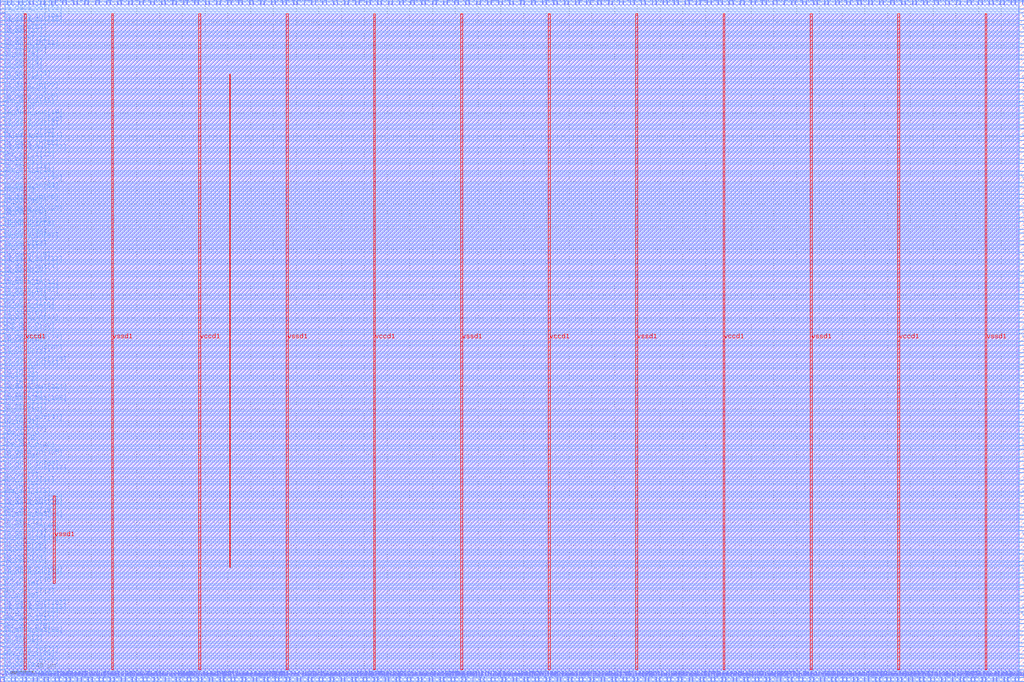
<source format=lef>
VERSION 5.7 ;
  NOWIREEXTENSIONATPIN ON ;
  DIVIDERCHAR "/" ;
  BUSBITCHARS "[]" ;
MACRO user_proj_example
  CLASS BLOCK ;
  FOREIGN user_proj_example ;
  ORIGIN 0.000 0.000 ;
  SIZE 900.000 BY 600.000 ;
  PIN io_in[0]
    DIRECTION INPUT ;
    USE SIGNAL ;
    PORT
      LAYER met2 ;
        RECT 721.370 0.000 721.650 4.000 ;
    END
  END io_in[0]
  PIN io_in[10]
    DIRECTION INPUT ;
    USE SIGNAL ;
    PORT
      LAYER met2 ;
        RECT 41.950 0.000 42.230 4.000 ;
    END
  END io_in[10]
  PIN io_in[11]
    DIRECTION INPUT ;
    USE SIGNAL ;
    PORT
      LAYER met3 ;
        RECT 896.000 173.440 900.000 174.040 ;
    END
  END io_in[11]
  PIN io_in[12]
    DIRECTION INPUT ;
    USE SIGNAL ;
    PORT
      LAYER met3 ;
        RECT 0.000 166.640 4.000 167.240 ;
    END
  END io_in[12]
  PIN io_in[13]
    DIRECTION INPUT ;
    USE SIGNAL ;
    PORT
      LAYER met2 ;
        RECT 402.590 596.000 402.870 600.000 ;
    END
  END io_in[13]
  PIN io_in[14]
    DIRECTION INPUT ;
    USE SIGNAL ;
    PORT
      LAYER met3 ;
        RECT 896.000 336.640 900.000 337.240 ;
    END
  END io_in[14]
  PIN io_in[15]
    DIRECTION INPUT ;
    USE SIGNAL ;
    PORT
      LAYER met2 ;
        RECT 363.950 596.000 364.230 600.000 ;
    END
  END io_in[15]
  PIN io_in[16]
    DIRECTION INPUT ;
    USE SIGNAL ;
    PORT
      LAYER met3 ;
        RECT 0.000 81.640 4.000 82.240 ;
    END
  END io_in[16]
  PIN io_in[17]
    DIRECTION INPUT ;
    USE SIGNAL ;
    PORT
      LAYER met3 ;
        RECT 896.000 567.840 900.000 568.440 ;
    END
  END io_in[17]
  PIN io_in[18]
    DIRECTION INPUT ;
    USE SIGNAL ;
    PORT
      LAYER met3 ;
        RECT 0.000 258.440 4.000 259.040 ;
    END
  END io_in[18]
  PIN io_in[19]
    DIRECTION INPUT ;
    USE SIGNAL ;
    PORT
      LAYER met2 ;
        RECT 428.350 596.000 428.630 600.000 ;
    END
  END io_in[19]
  PIN io_in[1]
    DIRECTION INPUT ;
    USE SIGNAL ;
    PORT
      LAYER met2 ;
        RECT 67.710 0.000 67.990 4.000 ;
    END
  END io_in[1]
  PIN io_in[20]
    DIRECTION INPUT ;
    USE SIGNAL ;
    PORT
      LAYER met2 ;
        RECT 341.410 596.000 341.690 600.000 ;
    END
  END io_in[20]
  PIN io_in[21]
    DIRECTION INPUT ;
    USE SIGNAL ;
    PORT
      LAYER met2 ;
        RECT 380.050 596.000 380.330 600.000 ;
    END
  END io_in[21]
  PIN io_in[22]
    DIRECTION INPUT ;
    USE SIGNAL ;
    PORT
      LAYER met3 ;
        RECT 0.000 71.440 4.000 72.040 ;
    END
  END io_in[22]
  PIN io_in[23]
    DIRECTION INPUT ;
    USE SIGNAL ;
    PORT
      LAYER met3 ;
        RECT 0.000 193.840 4.000 194.440 ;
    END
  END io_in[23]
  PIN io_in[24]
    DIRECTION INPUT ;
    USE SIGNAL ;
    PORT
      LAYER met3 ;
        RECT 896.000 404.640 900.000 405.240 ;
    END
  END io_in[24]
  PIN io_in[25]
    DIRECTION INPUT ;
    USE SIGNAL ;
    PORT
      LAYER met2 ;
        RECT 180.410 596.000 180.690 600.000 ;
    END
  END io_in[25]
  PIN io_in[26]
    DIRECTION INPUT ;
    USE SIGNAL ;
    PORT
      LAYER met2 ;
        RECT 621.550 596.000 621.830 600.000 ;
    END
  END io_in[26]
  PIN io_in[27]
    DIRECTION INPUT ;
    USE SIGNAL ;
    PORT
      LAYER met2 ;
        RECT 354.290 596.000 354.570 600.000 ;
    END
  END io_in[27]
  PIN io_in[28]
    DIRECTION INPUT ;
    USE SIGNAL ;
    PORT
      LAYER met3 ;
        RECT 0.000 30.640 4.000 31.240 ;
    END
  END io_in[28]
  PIN io_in[29]
    DIRECTION INPUT ;
    USE SIGNAL ;
    PORT
      LAYER met2 ;
        RECT 489.530 596.000 489.810 600.000 ;
    END
  END io_in[29]
  PIN io_in[2]
    DIRECTION INPUT ;
    USE SIGNAL ;
    PORT
      LAYER met2 ;
        RECT 29.070 596.000 29.350 600.000 ;
    END
  END io_in[2]
  PIN io_in[30]
    DIRECTION INPUT ;
    USE SIGNAL ;
    PORT
      LAYER met2 ;
        RECT 312.430 0.000 312.710 4.000 ;
    END
  END io_in[30]
  PIN io_in[31]
    DIRECTION INPUT ;
    USE SIGNAL ;
    PORT
      LAYER met3 ;
        RECT 0.000 224.440 4.000 225.040 ;
    END
  END io_in[31]
  PIN io_in[32]
    DIRECTION INPUT ;
    USE SIGNAL ;
    PORT
      LAYER met2 ;
        RECT 660.190 596.000 660.470 600.000 ;
    END
  END io_in[32]
  PIN io_in[33]
    DIRECTION INPUT ;
    USE SIGNAL ;
    PORT
      LAYER met2 ;
        RECT 586.130 596.000 586.410 600.000 ;
    END
  END io_in[33]
  PIN io_in[34]
    DIRECTION INPUT ;
    USE SIGNAL ;
    PORT
      LAYER met2 ;
        RECT 222.270 0.000 222.550 4.000 ;
    END
  END io_in[34]
  PIN io_in[35]
    DIRECTION INPUT ;
    USE SIGNAL ;
    PORT
      LAYER met3 ;
        RECT 896.000 340.040 900.000 340.640 ;
    END
  END io_in[35]
  PIN io_in[36]
    DIRECTION INPUT ;
    USE SIGNAL ;
    PORT
      LAYER met3 ;
        RECT 0.000 265.240 4.000 265.840 ;
    END
  END io_in[36]
  PIN io_in[37]
    DIRECTION INPUT ;
    USE SIGNAL ;
    PORT
      LAYER met2 ;
        RECT 682.730 0.000 683.010 4.000 ;
    END
  END io_in[37]
  PIN io_in[3]
    DIRECTION INPUT ;
    USE SIGNAL ;
    PORT
      LAYER met3 ;
        RECT 0.000 268.640 4.000 269.240 ;
    END
  END io_in[3]
  PIN io_in[4]
    DIRECTION INPUT ;
    USE SIGNAL ;
    PORT
      LAYER met2 ;
        RECT 859.830 596.000 860.110 600.000 ;
    END
  END io_in[4]
  PIN io_in[5]
    DIRECTION INPUT ;
    USE SIGNAL ;
    PORT
      LAYER met2 ;
        RECT 830.850 0.000 831.130 4.000 ;
    END
  END io_in[5]
  PIN io_in[6]
    DIRECTION INPUT ;
    USE SIGNAL ;
    PORT
      LAYER met3 ;
        RECT 896.000 285.640 900.000 286.240 ;
    END
  END io_in[6]
  PIN io_in[7]
    DIRECTION INPUT ;
    USE SIGNAL ;
    PORT
      LAYER met3 ;
        RECT 0.000 428.440 4.000 429.040 ;
    END
  END io_in[7]
  PIN io_in[8]
    DIRECTION INPUT ;
    USE SIGNAL ;
    PORT
      LAYER met2 ;
        RECT 508.850 596.000 509.130 600.000 ;
    END
  END io_in[8]
  PIN io_in[9]
    DIRECTION INPUT ;
    USE SIGNAL ;
    PORT
      LAYER met3 ;
        RECT 0.000 499.840 4.000 500.440 ;
    END
  END io_in[9]
  PIN io_oeb[0]
    DIRECTION OUTPUT TRISTATE ;
    USE SIGNAL ;
    PORT
      LAYER met3 ;
        RECT 896.000 105.440 900.000 106.040 ;
    END
  END io_oeb[0]
  PIN io_oeb[10]
    DIRECTION OUTPUT TRISTATE ;
    USE SIGNAL ;
    PORT
      LAYER met3 ;
        RECT 896.000 91.840 900.000 92.440 ;
    END
  END io_oeb[10]
  PIN io_oeb[11]
    DIRECTION OUTPUT TRISTATE ;
    USE SIGNAL ;
    PORT
      LAYER met2 ;
        RECT 595.790 596.000 596.070 600.000 ;
    END
  END io_oeb[11]
  PIN io_oeb[12]
    DIRECTION OUTPUT TRISTATE ;
    USE SIGNAL ;
    PORT
      LAYER met2 ;
        RECT 412.250 596.000 412.530 600.000 ;
    END
  END io_oeb[12]
  PIN io_oeb[13]
    DIRECTION OUTPUT TRISTATE ;
    USE SIGNAL ;
    PORT
      LAYER met2 ;
        RECT 547.490 0.000 547.770 4.000 ;
    END
  END io_oeb[13]
  PIN io_oeb[14]
    DIRECTION OUTPUT TRISTATE ;
    USE SIGNAL ;
    PORT
      LAYER met2 ;
        RECT 283.450 596.000 283.730 600.000 ;
    END
  END io_oeb[14]
  PIN io_oeb[15]
    DIRECTION OUTPUT TRISTATE ;
    USE SIGNAL ;
    PORT
      LAYER met3 ;
        RECT 896.000 112.240 900.000 112.840 ;
    END
  END io_oeb[15]
  PIN io_oeb[16]
    DIRECTION OUTPUT TRISTATE ;
    USE SIGNAL ;
    PORT
      LAYER met2 ;
        RECT 502.410 0.000 502.690 4.000 ;
    END
  END io_oeb[16]
  PIN io_oeb[17]
    DIRECTION OUTPUT TRISTATE ;
    USE SIGNAL ;
    PORT
      LAYER met2 ;
        RECT 154.650 596.000 154.930 600.000 ;
    END
  END io_oeb[17]
  PIN io_oeb[18]
    DIRECTION OUTPUT TRISTATE ;
    USE SIGNAL ;
    PORT
      LAYER met2 ;
        RECT 170.750 596.000 171.030 600.000 ;
    END
  END io_oeb[18]
  PIN io_oeb[19]
    DIRECTION OUTPUT TRISTATE ;
    USE SIGNAL ;
    PORT
      LAYER met3 ;
        RECT 0.000 234.640 4.000 235.240 ;
    END
  END io_oeb[19]
  PIN io_oeb[1]
    DIRECTION OUTPUT TRISTATE ;
    USE SIGNAL ;
    PORT
      LAYER met2 ;
        RECT 499.190 0.000 499.470 4.000 ;
    END
  END io_oeb[1]
  PIN io_oeb[20]
    DIRECTION OUTPUT TRISTATE ;
    USE SIGNAL ;
    PORT
      LAYER met2 ;
        RECT 286.670 596.000 286.950 600.000 ;
    END
  END io_oeb[20]
  PIN io_oeb[21]
    DIRECTION OUTPUT TRISTATE ;
    USE SIGNAL ;
    PORT
      LAYER met2 ;
        RECT 663.410 596.000 663.690 600.000 ;
    END
  END io_oeb[21]
  PIN io_oeb[22]
    DIRECTION OUTPUT TRISTATE ;
    USE SIGNAL ;
    PORT
      LAYER met3 ;
        RECT 0.000 136.040 4.000 136.640 ;
    END
  END io_oeb[22]
  PIN io_oeb[23]
    DIRECTION OUTPUT TRISTATE ;
    USE SIGNAL ;
    PORT
      LAYER met3 ;
        RECT 896.000 146.240 900.000 146.840 ;
    END
  END io_oeb[23]
  PIN io_oeb[24]
    DIRECTION OUTPUT TRISTATE ;
    USE SIGNAL ;
    PORT
      LAYER met3 ;
        RECT 896.000 591.640 900.000 592.240 ;
    END
  END io_oeb[24]
  PIN io_oeb[25]
    DIRECTION OUTPUT TRISTATE ;
    USE SIGNAL ;
    PORT
      LAYER met2 ;
        RECT 0.090 596.000 0.370 600.000 ;
    END
  END io_oeb[25]
  PIN io_oeb[26]
    DIRECTION OUTPUT TRISTATE ;
    USE SIGNAL ;
    PORT
      LAYER met2 ;
        RECT 238.370 596.000 238.650 600.000 ;
    END
  END io_oeb[26]
  PIN io_oeb[27]
    DIRECTION OUTPUT TRISTATE ;
    USE SIGNAL ;
    PORT
      LAYER met3 ;
        RECT 0.000 10.240 4.000 10.840 ;
    END
  END io_oeb[27]
  PIN io_oeb[28]
    DIRECTION OUTPUT TRISTATE ;
    USE SIGNAL ;
    PORT
      LAYER met2 ;
        RECT 605.450 596.000 605.730 600.000 ;
    END
  END io_oeb[28]
  PIN io_oeb[29]
    DIRECTION OUTPUT TRISTATE ;
    USE SIGNAL ;
    PORT
      LAYER met3 ;
        RECT 896.000 397.840 900.000 398.440 ;
    END
  END io_oeb[29]
  PIN io_oeb[2]
    DIRECTION OUTPUT TRISTATE ;
    USE SIGNAL ;
    PORT
      LAYER met3 ;
        RECT 896.000 496.440 900.000 497.040 ;
    END
  END io_oeb[2]
  PIN io_oeb[30]
    DIRECTION OUTPUT TRISTATE ;
    USE SIGNAL ;
    PORT
      LAYER met2 ;
        RECT 460.550 0.000 460.830 4.000 ;
    END
  END io_oeb[30]
  PIN io_oeb[31]
    DIRECTION OUTPUT TRISTATE ;
    USE SIGNAL ;
    PORT
      LAYER met2 ;
        RECT 74.150 596.000 74.430 600.000 ;
    END
  END io_oeb[31]
  PIN io_oeb[32]
    DIRECTION OUTPUT TRISTATE ;
    USE SIGNAL ;
    PORT
      LAYER met2 ;
        RECT 248.030 596.000 248.310 600.000 ;
    END
  END io_oeb[32]
  PIN io_oeb[33]
    DIRECTION OUTPUT TRISTATE ;
    USE SIGNAL ;
    PORT
      LAYER met2 ;
        RECT 183.630 596.000 183.910 600.000 ;
    END
  END io_oeb[33]
  PIN io_oeb[34]
    DIRECTION OUTPUT TRISTATE ;
    USE SIGNAL ;
    PORT
      LAYER met2 ;
        RECT 293.110 596.000 293.390 600.000 ;
    END
  END io_oeb[34]
  PIN io_oeb[35]
    DIRECTION OUTPUT TRISTATE ;
    USE SIGNAL ;
    PORT
      LAYER met3 ;
        RECT 0.000 418.240 4.000 418.840 ;
    END
  END io_oeb[35]
  PIN io_oeb[36]
    DIRECTION OUTPUT TRISTATE ;
    USE SIGNAL ;
    PORT
      LAYER met2 ;
        RECT 328.530 0.000 328.810 4.000 ;
    END
  END io_oeb[36]
  PIN io_oeb[37]
    DIRECTION OUTPUT TRISTATE ;
    USE SIGNAL ;
    PORT
      LAYER met3 ;
        RECT 0.000 567.840 4.000 568.440 ;
    END
  END io_oeb[37]
  PIN io_oeb[3]
    DIRECTION OUTPUT TRISTATE ;
    USE SIGNAL ;
    PORT
      LAYER met2 ;
        RECT 724.590 596.000 724.870 600.000 ;
    END
  END io_oeb[3]
  PIN io_oeb[4]
    DIRECTION OUTPUT TRISTATE ;
    USE SIGNAL ;
    PORT
      LAYER met2 ;
        RECT 370.390 0.000 370.670 4.000 ;
    END
  END io_oeb[4]
  PIN io_oeb[5]
    DIRECTION OUTPUT TRISTATE ;
    USE SIGNAL ;
    PORT
      LAYER met3 ;
        RECT 0.000 207.440 4.000 208.040 ;
    END
  END io_oeb[5]
  PIN io_oeb[6]
    DIRECTION OUTPUT TRISTATE ;
    USE SIGNAL ;
    PORT
      LAYER met2 ;
        RECT 689.170 596.000 689.450 600.000 ;
    END
  END io_oeb[6]
  PIN io_oeb[7]
    DIRECTION OUTPUT TRISTATE ;
    USE SIGNAL ;
    PORT
      LAYER met2 ;
        RECT 872.710 596.000 872.990 600.000 ;
    END
  END io_oeb[7]
  PIN io_oeb[8]
    DIRECTION OUTPUT TRISTATE ;
    USE SIGNAL ;
    PORT
      LAYER met3 ;
        RECT 0.000 547.440 4.000 548.040 ;
    END
  END io_oeb[8]
  PIN io_oeb[9]
    DIRECTION OUTPUT TRISTATE ;
    USE SIGNAL ;
    PORT
      LAYER met2 ;
        RECT 228.710 596.000 228.990 600.000 ;
    END
  END io_oeb[9]
  PIN io_out[0]
    DIRECTION OUTPUT TRISTATE ;
    USE SIGNAL ;
    PORT
      LAYER met2 ;
        RECT 144.990 596.000 145.270 600.000 ;
    END
  END io_out[0]
  PIN io_out[10]
    DIRECTION OUTPUT TRISTATE ;
    USE SIGNAL ;
    PORT
      LAYER met2 ;
        RECT 853.390 596.000 853.670 600.000 ;
    END
  END io_out[10]
  PIN io_out[11]
    DIRECTION OUTPUT TRISTATE ;
    USE SIGNAL ;
    PORT
      LAYER met3 ;
        RECT 0.000 350.240 4.000 350.840 ;
    END
  END io_out[11]
  PIN io_out[12]
    DIRECTION OUTPUT TRISTATE ;
    USE SIGNAL ;
    PORT
      LAYER met3 ;
        RECT 896.000 547.440 900.000 548.040 ;
    END
  END io_out[12]
  PIN io_out[13]
    DIRECTION OUTPUT TRISTATE ;
    USE SIGNAL ;
    PORT
      LAYER met3 ;
        RECT 0.000 248.240 4.000 248.840 ;
    END
  END io_out[13]
  PIN io_out[14]
    DIRECTION OUTPUT TRISTATE ;
    USE SIGNAL ;
    PORT
      LAYER met2 ;
        RECT 96.690 0.000 96.970 4.000 ;
    END
  END io_out[14]
  PIN io_out[15]
    DIRECTION OUTPUT TRISTATE ;
    USE SIGNAL ;
    PORT
      LAYER met3 ;
        RECT 896.000 428.440 900.000 429.040 ;
    END
  END io_out[15]
  PIN io_out[16]
    DIRECTION OUTPUT TRISTATE ;
    USE SIGNAL ;
    PORT
      LAYER met3 ;
        RECT 896.000 10.240 900.000 10.840 ;
    END
  END io_out[16]
  PIN io_out[17]
    DIRECTION OUTPUT TRISTATE ;
    USE SIGNAL ;
    PORT
      LAYER met3 ;
        RECT 896.000 329.840 900.000 330.440 ;
    END
  END io_out[17]
  PIN io_out[18]
    DIRECTION OUTPUT TRISTATE ;
    USE SIGNAL ;
    PORT
      LAYER met3 ;
        RECT 896.000 520.240 900.000 520.840 ;
    END
  END io_out[18]
  PIN io_out[19]
    DIRECTION OUTPUT TRISTATE ;
    USE SIGNAL ;
    PORT
      LAYER met3 ;
        RECT 896.000 435.240 900.000 435.840 ;
    END
  END io_out[19]
  PIN io_out[1]
    DIRECTION OUTPUT TRISTATE ;
    USE SIGNAL ;
    PORT
      LAYER met2 ;
        RECT 87.030 0.000 87.310 4.000 ;
    END
  END io_out[1]
  PIN io_out[20]
    DIRECTION OUTPUT TRISTATE ;
    USE SIGNAL ;
    PORT
      LAYER met2 ;
        RECT 566.810 0.000 567.090 4.000 ;
    END
  END io_out[20]
  PIN io_out[21]
    DIRECTION OUTPUT TRISTATE ;
    USE SIGNAL ;
    PORT
      LAYER met2 ;
        RECT 135.330 596.000 135.610 600.000 ;
    END
  END io_out[21]
  PIN io_out[22]
    DIRECTION OUTPUT TRISTATE ;
    USE SIGNAL ;
    PORT
      LAYER met2 ;
        RECT 702.050 0.000 702.330 4.000 ;
    END
  END io_out[22]
  PIN io_out[23]
    DIRECTION OUTPUT TRISTATE ;
    USE SIGNAL ;
    PORT
      LAYER met2 ;
        RECT 409.030 0.000 409.310 4.000 ;
    END
  END io_out[23]
  PIN io_out[24]
    DIRECTION OUTPUT TRISTATE ;
    USE SIGNAL ;
    PORT
      LAYER met2 ;
        RECT 821.190 0.000 821.470 4.000 ;
    END
  END io_out[24]
  PIN io_out[25]
    DIRECTION OUTPUT TRISTATE ;
    USE SIGNAL ;
    PORT
      LAYER met3 ;
        RECT 0.000 527.040 4.000 527.640 ;
    END
  END io_out[25]
  PIN io_out[26]
    DIRECTION OUTPUT TRISTATE ;
    USE SIGNAL ;
    PORT
      LAYER met2 ;
        RECT 302.770 596.000 303.050 600.000 ;
    END
  END io_out[26]
  PIN io_out[27]
    DIRECTION OUTPUT TRISTATE ;
    USE SIGNAL ;
    PORT
      LAYER met2 ;
        RECT 740.690 0.000 740.970 4.000 ;
    END
  END io_out[27]
  PIN io_out[28]
    DIRECTION OUTPUT TRISTATE ;
    USE SIGNAL ;
    PORT
      LAYER met3 ;
        RECT 896.000 258.440 900.000 259.040 ;
    END
  END io_out[28]
  PIN io_out[29]
    DIRECTION OUTPUT TRISTATE ;
    USE SIGNAL ;
    PORT
      LAYER met2 ;
        RECT 173.970 0.000 174.250 4.000 ;
    END
  END io_out[29]
  PIN io_out[2]
    DIRECTION OUTPUT TRISTATE ;
    USE SIGNAL ;
    PORT
      LAYER met2 ;
        RECT 869.490 596.000 869.770 600.000 ;
    END
  END io_out[2]
  PIN io_out[30]
    DIRECTION OUTPUT TRISTATE ;
    USE SIGNAL ;
    PORT
      LAYER met2 ;
        RECT 231.930 0.000 232.210 4.000 ;
    END
  END io_out[30]
  PIN io_out[31]
    DIRECTION OUTPUT TRISTATE ;
    USE SIGNAL ;
    PORT
      LAYER met3 ;
        RECT 896.000 510.040 900.000 510.640 ;
    END
  END io_out[31]
  PIN io_out[32]
    DIRECTION OUTPUT TRISTATE ;
    USE SIGNAL ;
    PORT
      LAYER met2 ;
        RECT 666.630 0.000 666.910 4.000 ;
    END
  END io_out[32]
  PIN io_out[33]
    DIRECTION OUTPUT TRISTATE ;
    USE SIGNAL ;
    PORT
      LAYER met3 ;
        RECT 896.000 414.840 900.000 415.440 ;
    END
  END io_out[33]
  PIN io_out[34]
    DIRECTION OUTPUT TRISTATE ;
    USE SIGNAL ;
    PORT
      LAYER met2 ;
        RECT 892.030 596.000 892.310 600.000 ;
    END
  END io_out[34]
  PIN io_out[35]
    DIRECTION OUTPUT TRISTATE ;
    USE SIGNAL ;
    PORT
      LAYER met3 ;
        RECT 896.000 350.240 900.000 350.840 ;
    END
  END io_out[35]
  PIN io_out[36]
    DIRECTION OUTPUT TRISTATE ;
    USE SIGNAL ;
    PORT
      LAYER met2 ;
        RECT 296.330 596.000 296.610 600.000 ;
    END
  END io_out[36]
  PIN io_out[37]
    DIRECTION OUTPUT TRISTATE ;
    USE SIGNAL ;
    PORT
      LAYER met2 ;
        RECT 663.410 0.000 663.690 4.000 ;
    END
  END io_out[37]
  PIN io_out[3]
    DIRECTION OUTPUT TRISTATE ;
    USE SIGNAL ;
    PORT
      LAYER met3 ;
        RECT 0.000 377.440 4.000 378.040 ;
    END
  END io_out[3]
  PIN io_out[4]
    DIRECTION OUTPUT TRISTATE ;
    USE SIGNAL ;
    PORT
      LAYER met2 ;
        RECT 811.530 0.000 811.810 4.000 ;
    END
  END io_out[4]
  PIN io_out[5]
    DIRECTION OUTPUT TRISTATE ;
    USE SIGNAL ;
    PORT
      LAYER met3 ;
        RECT 896.000 309.440 900.000 310.040 ;
    END
  END io_out[5]
  PIN io_out[6]
    DIRECTION OUTPUT TRISTATE ;
    USE SIGNAL ;
    PORT
      LAYER met2 ;
        RECT 528.170 596.000 528.450 600.000 ;
    END
  END io_out[6]
  PIN io_out[7]
    DIRECTION OUTPUT TRISTATE ;
    USE SIGNAL ;
    PORT
      LAYER met3 ;
        RECT 0.000 176.840 4.000 177.440 ;
    END
  END io_out[7]
  PIN io_out[8]
    DIRECTION OUTPUT TRISTATE ;
    USE SIGNAL ;
    PORT
      LAYER met2 ;
        RECT 457.330 596.000 457.610 600.000 ;
    END
  END io_out[8]
  PIN io_out[9]
    DIRECTION OUTPUT TRISTATE ;
    USE SIGNAL ;
    PORT
      LAYER met2 ;
        RECT 141.770 596.000 142.050 600.000 ;
    END
  END io_out[9]
  PIN irq[0]
    DIRECTION OUTPUT TRISTATE ;
    USE SIGNAL ;
    PORT
      LAYER met2 ;
        RECT 235.150 0.000 235.430 4.000 ;
    END
  END irq[0]
  PIN irq[1]
    DIRECTION OUTPUT TRISTATE ;
    USE SIGNAL ;
    PORT
      LAYER met3 ;
        RECT 896.000 142.840 900.000 143.440 ;
    END
  END irq[1]
  PIN irq[2]
    DIRECTION OUTPUT TRISTATE ;
    USE SIGNAL ;
    PORT
      LAYER met2 ;
        RECT 743.910 596.000 744.190 600.000 ;
    END
  END irq[2]
  PIN la_data_in[0]
    DIRECTION INPUT ;
    USE SIGNAL ;
    PORT
      LAYER met3 ;
        RECT 896.000 224.440 900.000 225.040 ;
    END
  END la_data_in[0]
  PIN la_data_in[100]
    DIRECTION INPUT ;
    USE SIGNAL ;
    PORT
      LAYER met3 ;
        RECT 896.000 51.040 900.000 51.640 ;
    END
  END la_data_in[100]
  PIN la_data_in[101]
    DIRECTION INPUT ;
    USE SIGNAL ;
    PORT
      LAYER met2 ;
        RECT 479.870 596.000 480.150 600.000 ;
    END
  END la_data_in[101]
  PIN la_data_in[102]
    DIRECTION INPUT ;
    USE SIGNAL ;
    PORT
      LAYER met2 ;
        RECT 273.790 596.000 274.070 600.000 ;
    END
  END la_data_in[102]
  PIN la_data_in[103]
    DIRECTION INPUT ;
    USE SIGNAL ;
    PORT
      LAYER met3 ;
        RECT 896.000 537.240 900.000 537.840 ;
    END
  END la_data_in[103]
  PIN la_data_in[104]
    DIRECTION INPUT ;
    USE SIGNAL ;
    PORT
      LAYER met3 ;
        RECT 0.000 581.440 4.000 582.040 ;
    END
  END la_data_in[104]
  PIN la_data_in[105]
    DIRECTION INPUT ;
    USE SIGNAL ;
    PORT
      LAYER met3 ;
        RECT 896.000 316.240 900.000 316.840 ;
    END
  END la_data_in[105]
  PIN la_data_in[106]
    DIRECTION INPUT ;
    USE SIGNAL ;
    PORT
      LAYER met2 ;
        RECT 817.970 0.000 818.250 4.000 ;
    END
  END la_data_in[106]
  PIN la_data_in[107]
    DIRECTION INPUT ;
    USE SIGNAL ;
    PORT
      LAYER met2 ;
        RECT 557.150 596.000 557.430 600.000 ;
    END
  END la_data_in[107]
  PIN la_data_in[108]
    DIRECTION INPUT ;
    USE SIGNAL ;
    PORT
      LAYER met3 ;
        RECT 896.000 34.040 900.000 34.640 ;
    END
  END la_data_in[108]
  PIN la_data_in[109]
    DIRECTION INPUT ;
    USE SIGNAL ;
    PORT
      LAYER met2 ;
        RECT 682.730 596.000 683.010 600.000 ;
    END
  END la_data_in[109]
  PIN la_data_in[10]
    DIRECTION INPUT ;
    USE SIGNAL ;
    PORT
      LAYER met3 ;
        RECT 0.000 598.440 4.000 599.040 ;
    END
  END la_data_in[10]
  PIN la_data_in[110]
    DIRECTION INPUT ;
    USE SIGNAL ;
    PORT
      LAYER met2 ;
        RECT 22.630 0.000 22.910 4.000 ;
    END
  END la_data_in[110]
  PIN la_data_in[111]
    DIRECTION INPUT ;
    USE SIGNAL ;
    PORT
      LAYER met3 ;
        RECT 896.000 319.640 900.000 320.240 ;
    END
  END la_data_in[111]
  PIN la_data_in[112]
    DIRECTION INPUT ;
    USE SIGNAL ;
    PORT
      LAYER met2 ;
        RECT 6.530 596.000 6.810 600.000 ;
    END
  END la_data_in[112]
  PIN la_data_in[113]
    DIRECTION INPUT ;
    USE SIGNAL ;
    PORT
      LAYER met2 ;
        RECT 856.610 0.000 856.890 4.000 ;
    END
  END la_data_in[113]
  PIN la_data_in[114]
    DIRECTION INPUT ;
    USE SIGNAL ;
    PORT
      LAYER met2 ;
        RECT 705.270 596.000 705.550 600.000 ;
    END
  END la_data_in[114]
  PIN la_data_in[115]
    DIRECTION INPUT ;
    USE SIGNAL ;
    PORT
      LAYER met2 ;
        RECT 177.190 0.000 177.470 4.000 ;
    END
  END la_data_in[115]
  PIN la_data_in[116]
    DIRECTION INPUT ;
    USE SIGNAL ;
    PORT
      LAYER met2 ;
        RECT 322.090 0.000 322.370 4.000 ;
    END
  END la_data_in[116]
  PIN la_data_in[117]
    DIRECTION INPUT ;
    USE SIGNAL ;
    PORT
      LAYER met2 ;
        RECT 450.890 596.000 451.170 600.000 ;
    END
  END la_data_in[117]
  PIN la_data_in[118]
    DIRECTION INPUT ;
    USE SIGNAL ;
    PORT
      LAYER met2 ;
        RECT 753.570 596.000 753.850 600.000 ;
    END
  END la_data_in[118]
  PIN la_data_in[119]
    DIRECTION INPUT ;
    USE SIGNAL ;
    PORT
      LAYER met3 ;
        RECT 896.000 295.840 900.000 296.440 ;
    END
  END la_data_in[119]
  PIN la_data_in[11]
    DIRECTION INPUT ;
    USE SIGNAL ;
    PORT
      LAYER met3 ;
        RECT 0.000 557.640 4.000 558.240 ;
    END
  END la_data_in[11]
  PIN la_data_in[120]
    DIRECTION INPUT ;
    USE SIGNAL ;
    PORT
      LAYER met2 ;
        RECT 653.750 596.000 654.030 600.000 ;
    END
  END la_data_in[120]
  PIN la_data_in[121]
    DIRECTION INPUT ;
    USE SIGNAL ;
    PORT
      LAYER met2 ;
        RECT 714.930 0.000 715.210 4.000 ;
    END
  END la_data_in[121]
  PIN la_data_in[122]
    DIRECTION INPUT ;
    USE SIGNAL ;
    PORT
      LAYER met2 ;
        RECT 190.070 596.000 190.350 600.000 ;
    END
  END la_data_in[122]
  PIN la_data_in[123]
    DIRECTION INPUT ;
    USE SIGNAL ;
    PORT
      LAYER met2 ;
        RECT 750.350 0.000 750.630 4.000 ;
    END
  END la_data_in[123]
  PIN la_data_in[124]
    DIRECTION INPUT ;
    USE SIGNAL ;
    PORT
      LAYER met2 ;
        RECT 219.050 596.000 219.330 600.000 ;
    END
  END la_data_in[124]
  PIN la_data_in[125]
    DIRECTION INPUT ;
    USE SIGNAL ;
    PORT
      LAYER met3 ;
        RECT 0.000 197.240 4.000 197.840 ;
    END
  END la_data_in[125]
  PIN la_data_in[126]
    DIRECTION INPUT ;
    USE SIGNAL ;
    PORT
      LAYER met2 ;
        RECT 560.370 0.000 560.650 4.000 ;
    END
  END la_data_in[126]
  PIN la_data_in[127]
    DIRECTION INPUT ;
    USE SIGNAL ;
    PORT
      LAYER met3 ;
        RECT 0.000 411.440 4.000 412.040 ;
    END
  END la_data_in[127]
  PIN la_data_in[12]
    DIRECTION INPUT ;
    USE SIGNAL ;
    PORT
      LAYER met3 ;
        RECT 0.000 346.840 4.000 347.440 ;
    END
  END la_data_in[12]
  PIN la_data_in[13]
    DIRECTION INPUT ;
    USE SIGNAL ;
    PORT
      LAYER met2 ;
        RECT 653.750 0.000 654.030 4.000 ;
    END
  END la_data_in[13]
  PIN la_data_in[14]
    DIRECTION INPUT ;
    USE SIGNAL ;
    PORT
      LAYER met3 ;
        RECT 896.000 387.640 900.000 388.240 ;
    END
  END la_data_in[14]
  PIN la_data_in[15]
    DIRECTION INPUT ;
    USE SIGNAL ;
    PORT
      LAYER met3 ;
        RECT 0.000 122.440 4.000 123.040 ;
    END
  END la_data_in[15]
  PIN la_data_in[16]
    DIRECTION INPUT ;
    USE SIGNAL ;
    PORT
      LAYER met3 ;
        RECT 896.000 156.440 900.000 157.040 ;
    END
  END la_data_in[16]
  PIN la_data_in[17]
    DIRECTION INPUT ;
    USE SIGNAL ;
    PORT
      LAYER met3 ;
        RECT 0.000 316.240 4.000 316.840 ;
    END
  END la_data_in[17]
  PIN la_data_in[18]
    DIRECTION INPUT ;
    USE SIGNAL ;
    PORT
      LAYER met3 ;
        RECT 896.000 479.440 900.000 480.040 ;
    END
  END la_data_in[18]
  PIN la_data_in[19]
    DIRECTION INPUT ;
    USE SIGNAL ;
    PORT
      LAYER met2 ;
        RECT 718.150 596.000 718.430 600.000 ;
    END
  END la_data_in[19]
  PIN la_data_in[1]
    DIRECTION INPUT ;
    USE SIGNAL ;
    PORT
      LAYER met2 ;
        RECT 183.630 0.000 183.910 4.000 ;
    END
  END la_data_in[1]
  PIN la_data_in[20]
    DIRECTION INPUT ;
    USE SIGNAL ;
    PORT
      LAYER met2 ;
        RECT 164.310 596.000 164.590 600.000 ;
    END
  END la_data_in[20]
  PIN la_data_in[21]
    DIRECTION INPUT ;
    USE SIGNAL ;
    PORT
      LAYER met3 ;
        RECT 0.000 23.840 4.000 24.440 ;
    END
  END la_data_in[21]
  PIN la_data_in[22]
    DIRECTION INPUT ;
    USE SIGNAL ;
    PORT
      LAYER met2 ;
        RECT 489.530 0.000 489.810 4.000 ;
    END
  END la_data_in[22]
  PIN la_data_in[23]
    DIRECTION INPUT ;
    USE SIGNAL ;
    PORT
      LAYER met3 ;
        RECT 896.000 238.040 900.000 238.640 ;
    END
  END la_data_in[23]
  PIN la_data_in[24]
    DIRECTION INPUT ;
    USE SIGNAL ;
    PORT
      LAYER met2 ;
        RECT 885.590 0.000 885.870 4.000 ;
    END
  END la_data_in[24]
  PIN la_data_in[25]
    DIRECTION INPUT ;
    USE SIGNAL ;
    PORT
      LAYER met3 ;
        RECT 0.000 510.040 4.000 510.640 ;
    END
  END la_data_in[25]
  PIN la_data_in[26]
    DIRECTION INPUT ;
    USE SIGNAL ;
    PORT
      LAYER met3 ;
        RECT 896.000 448.840 900.000 449.440 ;
    END
  END la_data_in[26]
  PIN la_data_in[27]
    DIRECTION INPUT ;
    USE SIGNAL ;
    PORT
      LAYER met3 ;
        RECT 0.000 54.440 4.000 55.040 ;
    END
  END la_data_in[27]
  PIN la_data_in[28]
    DIRECTION INPUT ;
    USE SIGNAL ;
    PORT
      LAYER met3 ;
        RECT 896.000 289.040 900.000 289.640 ;
    END
  END la_data_in[28]
  PIN la_data_in[29]
    DIRECTION INPUT ;
    USE SIGNAL ;
    PORT
      LAYER met2 ;
        RECT 528.170 0.000 528.450 4.000 ;
    END
  END la_data_in[29]
  PIN la_data_in[2]
    DIRECTION INPUT ;
    USE SIGNAL ;
    PORT
      LAYER met2 ;
        RECT 586.130 0.000 586.410 4.000 ;
    END
  END la_data_in[2]
  PIN la_data_in[30]
    DIRECTION INPUT ;
    USE SIGNAL ;
    PORT
      LAYER met2 ;
        RECT 692.390 0.000 692.670 4.000 ;
    END
  END la_data_in[30]
  PIN la_data_in[31]
    DIRECTION INPUT ;
    USE SIGNAL ;
    PORT
      LAYER met2 ;
        RECT 421.910 596.000 422.190 600.000 ;
    END
  END la_data_in[31]
  PIN la_data_in[32]
    DIRECTION INPUT ;
    USE SIGNAL ;
    PORT
      LAYER met2 ;
        RECT 537.830 0.000 538.110 4.000 ;
    END
  END la_data_in[32]
  PIN la_data_in[33]
    DIRECTION INPUT ;
    USE SIGNAL ;
    PORT
      LAYER met2 ;
        RECT 302.770 0.000 303.050 4.000 ;
    END
  END la_data_in[33]
  PIN la_data_in[34]
    DIRECTION INPUT ;
    USE SIGNAL ;
    PORT
      LAYER met2 ;
        RECT 495.970 596.000 496.250 600.000 ;
    END
  END la_data_in[34]
  PIN la_data_in[35]
    DIRECTION INPUT ;
    USE SIGNAL ;
    PORT
      LAYER met2 ;
        RECT 38.730 596.000 39.010 600.000 ;
    END
  END la_data_in[35]
  PIN la_data_in[36]
    DIRECTION INPUT ;
    USE SIGNAL ;
    PORT
      LAYER met2 ;
        RECT 737.470 596.000 737.750 600.000 ;
    END
  END la_data_in[36]
  PIN la_data_in[37]
    DIRECTION INPUT ;
    USE SIGNAL ;
    PORT
      LAYER met2 ;
        RECT 879.150 596.000 879.430 600.000 ;
    END
  END la_data_in[37]
  PIN la_data_in[38]
    DIRECTION INPUT ;
    USE SIGNAL ;
    PORT
      LAYER met3 ;
        RECT 896.000 166.640 900.000 167.240 ;
    END
  END la_data_in[38]
  PIN la_data_in[39]
    DIRECTION INPUT ;
    USE SIGNAL ;
    PORT
      LAYER met2 ;
        RECT 12.970 0.000 13.250 4.000 ;
    END
  END la_data_in[39]
  PIN la_data_in[3]
    DIRECTION INPUT ;
    USE SIGNAL ;
    PORT
      LAYER met3 ;
        RECT 0.000 397.840 4.000 398.440 ;
    END
  END la_data_in[3]
  PIN la_data_in[40]
    DIRECTION INPUT ;
    USE SIGNAL ;
    PORT
      LAYER met2 ;
        RECT 148.210 0.000 148.490 4.000 ;
    END
  END la_data_in[40]
  PIN la_data_in[41]
    DIRECTION INPUT ;
    USE SIGNAL ;
    PORT
      LAYER met2 ;
        RECT 193.290 0.000 193.570 4.000 ;
    END
  END la_data_in[41]
  PIN la_data_in[42]
    DIRECTION INPUT ;
    USE SIGNAL ;
    PORT
      LAYER met3 ;
        RECT 896.000 183.640 900.000 184.240 ;
    END
  END la_data_in[42]
  PIN la_data_in[43]
    DIRECTION INPUT ;
    USE SIGNAL ;
    PORT
      LAYER met3 ;
        RECT 896.000 425.040 900.000 425.640 ;
    END
  END la_data_in[43]
  PIN la_data_in[44]
    DIRECTION INPUT ;
    USE SIGNAL ;
    PORT
      LAYER met2 ;
        RECT 399.370 596.000 399.650 600.000 ;
    END
  END la_data_in[44]
  PIN la_data_in[45]
    DIRECTION INPUT ;
    USE SIGNAL ;
    PORT
      LAYER met3 ;
        RECT 0.000 132.640 4.000 133.240 ;
    END
  END la_data_in[45]
  PIN la_data_in[46]
    DIRECTION INPUT ;
    USE SIGNAL ;
    PORT
      LAYER met3 ;
        RECT 0.000 421.640 4.000 422.240 ;
    END
  END la_data_in[46]
  PIN la_data_in[47]
    DIRECTION INPUT ;
    USE SIGNAL ;
    PORT
      LAYER met2 ;
        RECT 492.750 0.000 493.030 4.000 ;
    END
  END la_data_in[47]
  PIN la_data_in[48]
    DIRECTION INPUT ;
    USE SIGNAL ;
    PORT
      LAYER met2 ;
        RECT 679.510 596.000 679.790 600.000 ;
    END
  END la_data_in[48]
  PIN la_data_in[49]
    DIRECTION INPUT ;
    USE SIGNAL ;
    PORT
      LAYER met2 ;
        RECT 144.990 0.000 145.270 4.000 ;
    END
  END la_data_in[49]
  PIN la_data_in[4]
    DIRECTION INPUT ;
    USE SIGNAL ;
    PORT
      LAYER met2 ;
        RECT 254.470 0.000 254.750 4.000 ;
    END
  END la_data_in[4]
  PIN la_data_in[50]
    DIRECTION INPUT ;
    USE SIGNAL ;
    PORT
      LAYER met3 ;
        RECT 0.000 13.640 4.000 14.240 ;
    END
  END la_data_in[50]
  PIN la_data_in[51]
    DIRECTION INPUT ;
    USE SIGNAL ;
    PORT
      LAYER met2 ;
        RECT 161.090 596.000 161.370 600.000 ;
    END
  END la_data_in[51]
  PIN la_data_in[52]
    DIRECTION INPUT ;
    USE SIGNAL ;
    PORT
      LAYER met2 ;
        RECT 863.050 596.000 863.330 600.000 ;
    END
  END la_data_in[52]
  PIN la_data_in[53]
    DIRECTION INPUT ;
    USE SIGNAL ;
    PORT
      LAYER met2 ;
        RECT 882.370 0.000 882.650 4.000 ;
    END
  END la_data_in[53]
  PIN la_data_in[54]
    DIRECTION INPUT ;
    USE SIGNAL ;
    PORT
      LAYER met2 ;
        RECT 90.250 0.000 90.530 4.000 ;
    END
  END la_data_in[54]
  PIN la_data_in[55]
    DIRECTION INPUT ;
    USE SIGNAL ;
    PORT
      LAYER met2 ;
        RECT 347.850 0.000 348.130 4.000 ;
    END
  END la_data_in[55]
  PIN la_data_in[56]
    DIRECTION INPUT ;
    USE SIGNAL ;
    PORT
      LAYER met2 ;
        RECT 3.310 0.000 3.590 4.000 ;
    END
  END la_data_in[56]
  PIN la_data_in[57]
    DIRECTION INPUT ;
    USE SIGNAL ;
    PORT
      LAYER met2 ;
        RECT 550.710 0.000 550.990 4.000 ;
    END
  END la_data_in[57]
  PIN la_data_in[58]
    DIRECTION INPUT ;
    USE SIGNAL ;
    PORT
      LAYER met2 ;
        RECT 772.890 596.000 773.170 600.000 ;
    END
  END la_data_in[58]
  PIN la_data_in[59]
    DIRECTION INPUT ;
    USE SIGNAL ;
    PORT
      LAYER met2 ;
        RECT 644.090 0.000 644.370 4.000 ;
    END
  END la_data_in[59]
  PIN la_data_in[5]
    DIRECTION INPUT ;
    USE SIGNAL ;
    PORT
      LAYER met3 ;
        RECT 0.000 326.440 4.000 327.040 ;
    END
  END la_data_in[5]
  PIN la_data_in[60]
    DIRECTION INPUT ;
    USE SIGNAL ;
    PORT
      LAYER met2 ;
        RECT 209.390 596.000 209.670 600.000 ;
    END
  END la_data_in[60]
  PIN la_data_in[61]
    DIRECTION INPUT ;
    USE SIGNAL ;
    PORT
      LAYER met2 ;
        RECT 154.650 0.000 154.930 4.000 ;
    END
  END la_data_in[61]
  PIN la_data_in[62]
    DIRECTION INPUT ;
    USE SIGNAL ;
    PORT
      LAYER met3 ;
        RECT 896.000 20.440 900.000 21.040 ;
    END
  END la_data_in[62]
  PIN la_data_in[63]
    DIRECTION INPUT ;
    USE SIGNAL ;
    PORT
      LAYER met3 ;
        RECT 0.000 431.840 4.000 432.440 ;
    END
  END la_data_in[63]
  PIN la_data_in[64]
    DIRECTION INPUT ;
    USE SIGNAL ;
    PORT
      LAYER met3 ;
        RECT 896.000 557.640 900.000 558.240 ;
    END
  END la_data_in[64]
  PIN la_data_in[65]
    DIRECTION INPUT ;
    USE SIGNAL ;
    PORT
      LAYER met2 ;
        RECT 637.650 0.000 637.930 4.000 ;
    END
  END la_data_in[65]
  PIN la_data_in[66]
    DIRECTION INPUT ;
    USE SIGNAL ;
    PORT
      LAYER met2 ;
        RECT 116.010 596.000 116.290 600.000 ;
    END
  END la_data_in[66]
  PIN la_data_in[67]
    DIRECTION INPUT ;
    USE SIGNAL ;
    PORT
      LAYER met2 ;
        RECT 460.550 596.000 460.830 600.000 ;
    END
  END la_data_in[67]
  PIN la_data_in[68]
    DIRECTION INPUT ;
    USE SIGNAL ;
    PORT
      LAYER met3 ;
        RECT 0.000 187.040 4.000 187.640 ;
    END
  END la_data_in[68]
  PIN la_data_in[69]
    DIRECTION INPUT ;
    USE SIGNAL ;
    PORT
      LAYER met3 ;
        RECT 896.000 394.440 900.000 395.040 ;
    END
  END la_data_in[69]
  PIN la_data_in[6]
    DIRECTION INPUT ;
    USE SIGNAL ;
    PORT
      LAYER met3 ;
        RECT 896.000 136.040 900.000 136.640 ;
    END
  END la_data_in[6]
  PIN la_data_in[70]
    DIRECTION INPUT ;
    USE SIGNAL ;
    PORT
      LAYER met3 ;
        RECT 896.000 23.840 900.000 24.440 ;
    END
  END la_data_in[70]
  PIN la_data_in[71]
    DIRECTION INPUT ;
    USE SIGNAL ;
    PORT
      LAYER met2 ;
        RECT 875.930 0.000 876.210 4.000 ;
    END
  END la_data_in[71]
  PIN la_data_in[72]
    DIRECTION INPUT ;
    USE SIGNAL ;
    PORT
      LAYER met2 ;
        RECT 334.970 596.000 335.250 600.000 ;
    END
  END la_data_in[72]
  PIN la_data_in[73]
    DIRECTION INPUT ;
    USE SIGNAL ;
    PORT
      LAYER met2 ;
        RECT 731.030 0.000 731.310 4.000 ;
    END
  END la_data_in[73]
  PIN la_data_in[74]
    DIRECTION INPUT ;
    USE SIGNAL ;
    PORT
      LAYER met2 ;
        RECT 360.730 0.000 361.010 4.000 ;
    END
  END la_data_in[74]
  PIN la_data_in[75]
    DIRECTION INPUT ;
    USE SIGNAL ;
    PORT
      LAYER met2 ;
        RECT 289.890 0.000 290.170 4.000 ;
    END
  END la_data_in[75]
  PIN la_data_in[76]
    DIRECTION INPUT ;
    USE SIGNAL ;
    PORT
      LAYER met2 ;
        RECT 357.510 0.000 357.790 4.000 ;
    END
  END la_data_in[76]
  PIN la_data_in[77]
    DIRECTION INPUT ;
    USE SIGNAL ;
    PORT
      LAYER met3 ;
        RECT 896.000 326.440 900.000 327.040 ;
    END
  END la_data_in[77]
  PIN la_data_in[78]
    DIRECTION INPUT ;
    USE SIGNAL ;
    PORT
      LAYER met3 ;
        RECT 896.000 445.440 900.000 446.040 ;
    END
  END la_data_in[78]
  PIN la_data_in[79]
    DIRECTION INPUT ;
    USE SIGNAL ;
    PORT
      LAYER met3 ;
        RECT 896.000 44.240 900.000 44.840 ;
    END
  END la_data_in[79]
  PIN la_data_in[7]
    DIRECTION INPUT ;
    USE SIGNAL ;
    PORT
      LAYER met3 ;
        RECT 896.000 71.440 900.000 72.040 ;
    END
  END la_data_in[7]
  PIN la_data_in[80]
    DIRECTION INPUT ;
    USE SIGNAL ;
    PORT
      LAYER met2 ;
        RECT 605.450 0.000 605.730 4.000 ;
    END
  END la_data_in[80]
  PIN la_data_in[81]
    DIRECTION INPUT ;
    USE SIGNAL ;
    PORT
      LAYER met3 ;
        RECT 896.000 74.840 900.000 75.440 ;
    END
  END la_data_in[81]
  PIN la_data_in[82]
    DIRECTION INPUT ;
    USE SIGNAL ;
    PORT
      LAYER met3 ;
        RECT 0.000 340.040 4.000 340.640 ;
    END
  END la_data_in[82]
  PIN la_data_in[83]
    DIRECTION INPUT ;
    USE SIGNAL ;
    PORT
      LAYER met2 ;
        RECT 776.110 596.000 776.390 600.000 ;
    END
  END la_data_in[83]
  PIN la_data_in[84]
    DIRECTION INPUT ;
    USE SIGNAL ;
    PORT
      LAYER met3 ;
        RECT 0.000 3.440 4.000 4.040 ;
    END
  END la_data_in[84]
  PIN la_data_in[85]
    DIRECTION INPUT ;
    USE SIGNAL ;
    PORT
      LAYER met2 ;
        RECT 447.670 596.000 447.950 600.000 ;
    END
  END la_data_in[85]
  PIN la_data_in[86]
    DIRECTION INPUT ;
    USE SIGNAL ;
    PORT
      LAYER met3 ;
        RECT 896.000 377.440 900.000 378.040 ;
    END
  END la_data_in[86]
  PIN la_data_in[87]
    DIRECTION INPUT ;
    USE SIGNAL ;
    PORT
      LAYER met3 ;
        RECT 0.000 387.640 4.000 388.240 ;
    END
  END la_data_in[87]
  PIN la_data_in[88]
    DIRECTION INPUT ;
    USE SIGNAL ;
    PORT
      LAYER met3 ;
        RECT 0.000 469.240 4.000 469.840 ;
    END
  END la_data_in[88]
  PIN la_data_in[89]
    DIRECTION INPUT ;
    USE SIGNAL ;
    PORT
      LAYER met2 ;
        RECT 409.030 596.000 409.310 600.000 ;
    END
  END la_data_in[89]
  PIN la_data_in[8]
    DIRECTION INPUT ;
    USE SIGNAL ;
    PORT
      LAYER met2 ;
        RECT 325.310 596.000 325.590 600.000 ;
    END
  END la_data_in[8]
  PIN la_data_in[90]
    DIRECTION INPUT ;
    USE SIGNAL ;
    PORT
      LAYER met2 ;
        RECT 582.910 596.000 583.190 600.000 ;
    END
  END la_data_in[90]
  PIN la_data_in[91]
    DIRECTION INPUT ;
    USE SIGNAL ;
    PORT
      LAYER met2 ;
        RECT 173.970 596.000 174.250 600.000 ;
    END
  END la_data_in[91]
  PIN la_data_in[92]
    DIRECTION INPUT ;
    USE SIGNAL ;
    PORT
      LAYER met2 ;
        RECT 753.570 0.000 753.850 4.000 ;
    END
  END la_data_in[92]
  PIN la_data_in[93]
    DIRECTION INPUT ;
    USE SIGNAL ;
    PORT
      LAYER met2 ;
        RECT 260.910 0.000 261.190 4.000 ;
    END
  END la_data_in[93]
  PIN la_data_in[94]
    DIRECTION INPUT ;
    USE SIGNAL ;
    PORT
      LAYER met2 ;
        RECT 293.110 0.000 293.390 4.000 ;
    END
  END la_data_in[94]
  PIN la_data_in[95]
    DIRECTION INPUT ;
    USE SIGNAL ;
    PORT
      LAYER met2 ;
        RECT 801.870 0.000 802.150 4.000 ;
    END
  END la_data_in[95]
  PIN la_data_in[96]
    DIRECTION INPUT ;
    USE SIGNAL ;
    PORT
      LAYER met3 ;
        RECT 0.000 275.440 4.000 276.040 ;
    END
  END la_data_in[96]
  PIN la_data_in[97]
    DIRECTION INPUT ;
    USE SIGNAL ;
    PORT
      LAYER met2 ;
        RECT 67.710 596.000 67.990 600.000 ;
    END
  END la_data_in[97]
  PIN la_data_in[98]
    DIRECTION INPUT ;
    USE SIGNAL ;
    PORT
      LAYER met3 ;
        RECT 896.000 193.840 900.000 194.440 ;
    END
  END la_data_in[98]
  PIN la_data_in[99]
    DIRECTION INPUT ;
    USE SIGNAL ;
    PORT
      LAYER met3 ;
        RECT 0.000 520.240 4.000 520.840 ;
    END
  END la_data_in[99]
  PIN la_data_in[9]
    DIRECTION INPUT ;
    USE SIGNAL ;
    PORT
      LAYER met2 ;
        RECT 128.890 0.000 129.170 4.000 ;
    END
  END la_data_in[9]
  PIN la_data_out[0]
    DIRECTION OUTPUT TRISTATE ;
    USE SIGNAL ;
    PORT
      LAYER met3 ;
        RECT 0.000 486.240 4.000 486.840 ;
    END
  END la_data_out[0]
  PIN la_data_out[100]
    DIRECTION OUTPUT TRISTATE ;
    USE SIGNAL ;
    PORT
      LAYER met2 ;
        RECT 843.730 596.000 844.010 600.000 ;
    END
  END la_data_out[100]
  PIN la_data_out[101]
    DIRECTION OUTPUT TRISTATE ;
    USE SIGNAL ;
    PORT
      LAYER met2 ;
        RECT 64.490 596.000 64.770 600.000 ;
    END
  END la_data_out[101]
  PIN la_data_out[102]
    DIRECTION OUTPUT TRISTATE ;
    USE SIGNAL ;
    PORT
      LAYER met3 ;
        RECT 0.000 64.640 4.000 65.240 ;
    END
  END la_data_out[102]
  PIN la_data_out[103]
    DIRECTION OUTPUT TRISTATE ;
    USE SIGNAL ;
    PORT
      LAYER met3 ;
        RECT 896.000 115.640 900.000 116.240 ;
    END
  END la_data_out[103]
  PIN la_data_out[104]
    DIRECTION OUTPUT TRISTATE ;
    USE SIGNAL ;
    PORT
      LAYER met3 ;
        RECT 896.000 248.240 900.000 248.840 ;
    END
  END la_data_out[104]
  PIN la_data_out[105]
    DIRECTION OUTPUT TRISTATE ;
    USE SIGNAL ;
    PORT
      LAYER met3 ;
        RECT 0.000 244.840 4.000 245.440 ;
    END
  END la_data_out[105]
  PIN la_data_out[106]
    DIRECTION OUTPUT TRISTATE ;
    USE SIGNAL ;
    PORT
      LAYER met2 ;
        RECT 322.090 596.000 322.370 600.000 ;
    END
  END la_data_out[106]
  PIN la_data_out[107]
    DIRECTION OUTPUT TRISTATE ;
    USE SIGNAL ;
    PORT
      LAYER met2 ;
        RECT 483.090 0.000 483.370 4.000 ;
    END
  END la_data_out[107]
  PIN la_data_out[108]
    DIRECTION OUTPUT TRISTATE ;
    USE SIGNAL ;
    PORT
      LAYER met2 ;
        RECT 9.750 596.000 10.030 600.000 ;
    END
  END la_data_out[108]
  PIN la_data_out[109]
    DIRECTION OUTPUT TRISTATE ;
    USE SIGNAL ;
    PORT
      LAYER met2 ;
        RECT 537.830 596.000 538.110 600.000 ;
    END
  END la_data_out[109]
  PIN la_data_out[10]
    DIRECTION OUTPUT TRISTATE ;
    USE SIGNAL ;
    PORT
      LAYER met2 ;
        RECT 602.230 596.000 602.510 600.000 ;
    END
  END la_data_out[10]
  PIN la_data_out[110]
    DIRECTION OUTPUT TRISTATE ;
    USE SIGNAL ;
    PORT
      LAYER met2 ;
        RECT 116.010 0.000 116.290 4.000 ;
    END
  END la_data_out[110]
  PIN la_data_out[111]
    DIRECTION OUTPUT TRISTATE ;
    USE SIGNAL ;
    PORT
      LAYER met2 ;
        RECT 698.830 596.000 699.110 600.000 ;
    END
  END la_data_out[111]
  PIN la_data_out[112]
    DIRECTION OUTPUT TRISTATE ;
    USE SIGNAL ;
    PORT
      LAYER met2 ;
        RECT 830.850 596.000 831.130 600.000 ;
    END
  END la_data_out[112]
  PIN la_data_out[113]
    DIRECTION OUTPUT TRISTATE ;
    USE SIGNAL ;
    PORT
      LAYER met3 ;
        RECT 0.000 61.240 4.000 61.840 ;
    END
  END la_data_out[113]
  PIN la_data_out[114]
    DIRECTION OUTPUT TRISTATE ;
    USE SIGNAL ;
    PORT
      LAYER met2 ;
        RECT 466.990 596.000 467.270 600.000 ;
    END
  END la_data_out[114]
  PIN la_data_out[115]
    DIRECTION OUTPUT TRISTATE ;
    USE SIGNAL ;
    PORT
      LAYER met3 ;
        RECT 896.000 506.640 900.000 507.240 ;
    END
  END la_data_out[115]
  PIN la_data_out[116]
    DIRECTION OUTPUT TRISTATE ;
    USE SIGNAL ;
    PORT
      LAYER met3 ;
        RECT 896.000 3.440 900.000 4.040 ;
    END
  END la_data_out[116]
  PIN la_data_out[117]
    DIRECTION OUTPUT TRISTATE ;
    USE SIGNAL ;
    PORT
      LAYER met3 ;
        RECT 0.000 183.640 4.000 184.240 ;
    END
  END la_data_out[117]
  PIN la_data_out[118]
    DIRECTION OUTPUT TRISTATE ;
    USE SIGNAL ;
    PORT
      LAYER met2 ;
        RECT 280.230 0.000 280.510 4.000 ;
    END
  END la_data_out[118]
  PIN la_data_out[119]
    DIRECTION OUTPUT TRISTATE ;
    USE SIGNAL ;
    PORT
      LAYER met3 ;
        RECT 0.000 278.840 4.000 279.440 ;
    END
  END la_data_out[119]
  PIN la_data_out[11]
    DIRECTION OUTPUT TRISTATE ;
    USE SIGNAL ;
    PORT
      LAYER met2 ;
        RECT 421.910 0.000 422.190 4.000 ;
    END
  END la_data_out[11]
  PIN la_data_out[120]
    DIRECTION OUTPUT TRISTATE ;
    USE SIGNAL ;
    PORT
      LAYER met2 ;
        RECT 763.230 0.000 763.510 4.000 ;
    END
  END la_data_out[120]
  PIN la_data_out[121]
    DIRECTION OUTPUT TRISTATE ;
    USE SIGNAL ;
    PORT
      LAYER met2 ;
        RECT 277.010 596.000 277.290 600.000 ;
    END
  END la_data_out[121]
  PIN la_data_out[122]
    DIRECTION OUTPUT TRISTATE ;
    USE SIGNAL ;
    PORT
      LAYER met2 ;
        RECT 840.510 596.000 840.790 600.000 ;
    END
  END la_data_out[122]
  PIN la_data_out[123]
    DIRECTION OUTPUT TRISTATE ;
    USE SIGNAL ;
    PORT
      LAYER met2 ;
        RECT 16.190 596.000 16.470 600.000 ;
    END
  END la_data_out[123]
  PIN la_data_out[124]
    DIRECTION OUTPUT TRISTATE ;
    USE SIGNAL ;
    PORT
      LAYER met3 ;
        RECT 0.000 255.040 4.000 255.640 ;
    END
  END la_data_out[124]
  PIN la_data_out[125]
    DIRECTION OUTPUT TRISTATE ;
    USE SIGNAL ;
    PORT
      LAYER met2 ;
        RECT 673.070 0.000 673.350 4.000 ;
    END
  END la_data_out[125]
  PIN la_data_out[126]
    DIRECTION OUTPUT TRISTATE ;
    USE SIGNAL ;
    PORT
      LAYER met2 ;
        RECT 425.130 0.000 425.410 4.000 ;
    END
  END la_data_out[126]
  PIN la_data_out[127]
    DIRECTION OUTPUT TRISTATE ;
    USE SIGNAL ;
    PORT
      LAYER met3 ;
        RECT 0.000 465.840 4.000 466.440 ;
    END
  END la_data_out[127]
  PIN la_data_out[12]
    DIRECTION OUTPUT TRISTATE ;
    USE SIGNAL ;
    PORT
      LAYER met3 ;
        RECT 896.000 516.840 900.000 517.440 ;
    END
  END la_data_out[12]
  PIN la_data_out[13]
    DIRECTION OUTPUT TRISTATE ;
    USE SIGNAL ;
    PORT
      LAYER met3 ;
        RECT 896.000 176.840 900.000 177.440 ;
    END
  END la_data_out[13]
  PIN la_data_out[14]
    DIRECTION OUTPUT TRISTATE ;
    USE SIGNAL ;
    PORT
      LAYER met3 ;
        RECT 0.000 299.240 4.000 299.840 ;
    END
  END la_data_out[14]
  PIN la_data_out[15]
    DIRECTION OUTPUT TRISTATE ;
    USE SIGNAL ;
    PORT
      LAYER met3 ;
        RECT 896.000 214.240 900.000 214.840 ;
    END
  END la_data_out[15]
  PIN la_data_out[16]
    DIRECTION OUTPUT TRISTATE ;
    USE SIGNAL ;
    PORT
      LAYER met2 ;
        RECT 724.590 0.000 724.870 4.000 ;
    END
  END la_data_out[16]
  PIN la_data_out[17]
    DIRECTION OUTPUT TRISTATE ;
    USE SIGNAL ;
    PORT
      LAYER met2 ;
        RECT 212.610 596.000 212.890 600.000 ;
    END
  END la_data_out[17]
  PIN la_data_out[18]
    DIRECTION OUTPUT TRISTATE ;
    USE SIGNAL ;
    PORT
      LAYER met2 ;
        RECT 866.270 0.000 866.550 4.000 ;
    END
  END la_data_out[18]
  PIN la_data_out[19]
    DIRECTION OUTPUT TRISTATE ;
    USE SIGNAL ;
    PORT
      LAYER met3 ;
        RECT 0.000 496.440 4.000 497.040 ;
    END
  END la_data_out[19]
  PIN la_data_out[1]
    DIRECTION OUTPUT TRISTATE ;
    USE SIGNAL ;
    PORT
      LAYER met2 ;
        RECT 202.950 596.000 203.230 600.000 ;
    END
  END la_data_out[1]
  PIN la_data_out[20]
    DIRECTION OUTPUT TRISTATE ;
    USE SIGNAL ;
    PORT
      LAYER met3 ;
        RECT 896.000 578.040 900.000 578.640 ;
    END
  END la_data_out[20]
  PIN la_data_out[21]
    DIRECTION OUTPUT TRISTATE ;
    USE SIGNAL ;
    PORT
      LAYER met3 ;
        RECT 0.000 156.440 4.000 157.040 ;
    END
  END la_data_out[21]
  PIN la_data_out[22]
    DIRECTION OUTPUT TRISTATE ;
    USE SIGNAL ;
    PORT
      LAYER met2 ;
        RECT 640.870 596.000 641.150 600.000 ;
    END
  END la_data_out[22]
  PIN la_data_out[23]
    DIRECTION OUTPUT TRISTATE ;
    USE SIGNAL ;
    PORT
      LAYER met3 ;
        RECT 896.000 122.440 900.000 123.040 ;
    END
  END la_data_out[23]
  PIN la_data_out[24]
    DIRECTION OUTPUT TRISTATE ;
    USE SIGNAL ;
    PORT
      LAYER met2 ;
        RECT 338.190 0.000 338.470 4.000 ;
    END
  END la_data_out[24]
  PIN la_data_out[25]
    DIRECTION OUTPUT TRISTATE ;
    USE SIGNAL ;
    PORT
      LAYER met2 ;
        RECT 566.810 596.000 567.090 600.000 ;
    END
  END la_data_out[25]
  PIN la_data_out[26]
    DIRECTION OUTPUT TRISTATE ;
    USE SIGNAL ;
    PORT
      LAYER met3 ;
        RECT 0.000 153.040 4.000 153.640 ;
    END
  END la_data_out[26]
  PIN la_data_out[27]
    DIRECTION OUTPUT TRISTATE ;
    USE SIGNAL ;
    PORT
      LAYER met3 ;
        RECT 896.000 187.040 900.000 187.640 ;
    END
  END la_data_out[27]
  PIN la_data_out[28]
    DIRECTION OUTPUT TRISTATE ;
    USE SIGNAL ;
    PORT
      LAYER met2 ;
        RECT 109.570 0.000 109.850 4.000 ;
    END
  END la_data_out[28]
  PIN la_data_out[29]
    DIRECTION OUTPUT TRISTATE ;
    USE SIGNAL ;
    PORT
      LAYER met2 ;
        RECT 106.350 596.000 106.630 600.000 ;
    END
  END la_data_out[29]
  PIN la_data_out[2]
    DIRECTION OUTPUT TRISTATE ;
    USE SIGNAL ;
    PORT
      LAYER met2 ;
        RECT 846.950 0.000 847.230 4.000 ;
    END
  END la_data_out[2]
  PIN la_data_out[30]
    DIRECTION OUTPUT TRISTATE ;
    USE SIGNAL ;
    PORT
      LAYER met2 ;
        RECT 341.410 0.000 341.690 4.000 ;
    END
  END la_data_out[30]
  PIN la_data_out[31]
    DIRECTION OUTPUT TRISTATE ;
    USE SIGNAL ;
    PORT
      LAYER met3 ;
        RECT 0.000 227.840 4.000 228.440 ;
    END
  END la_data_out[31]
  PIN la_data_out[32]
    DIRECTION OUTPUT TRISTATE ;
    USE SIGNAL ;
    PORT
      LAYER met2 ;
        RECT 312.430 596.000 312.710 600.000 ;
    END
  END la_data_out[32]
  PIN la_data_out[33]
    DIRECTION OUTPUT TRISTATE ;
    USE SIGNAL ;
    PORT
      LAYER met2 ;
        RECT 576.470 596.000 576.750 600.000 ;
    END
  END la_data_out[33]
  PIN la_data_out[34]
    DIRECTION OUTPUT TRISTATE ;
    USE SIGNAL ;
    PORT
      LAYER met2 ;
        RECT 711.710 0.000 711.990 4.000 ;
    END
  END la_data_out[34]
  PIN la_data_out[35]
    DIRECTION OUTPUT TRISTATE ;
    USE SIGNAL ;
    PORT
      LAYER met2 ;
        RECT 811.530 596.000 811.810 600.000 ;
    END
  END la_data_out[35]
  PIN la_data_out[36]
    DIRECTION OUTPUT TRISTATE ;
    USE SIGNAL ;
    PORT
      LAYER met3 ;
        RECT 0.000 578.040 4.000 578.640 ;
    END
  END la_data_out[36]
  PIN la_data_out[37]
    DIRECTION OUTPUT TRISTATE ;
    USE SIGNAL ;
    PORT
      LAYER met3 ;
        RECT 0.000 367.240 4.000 367.840 ;
    END
  END la_data_out[37]
  PIN la_data_out[38]
    DIRECTION OUTPUT TRISTATE ;
    USE SIGNAL ;
    PORT
      LAYER met2 ;
        RECT 747.130 596.000 747.410 600.000 ;
    END
  END la_data_out[38]
  PIN la_data_out[39]
    DIRECTION OUTPUT TRISTATE ;
    USE SIGNAL ;
    PORT
      LAYER met3 ;
        RECT 896.000 40.840 900.000 41.440 ;
    END
  END la_data_out[39]
  PIN la_data_out[3]
    DIRECTION OUTPUT TRISTATE ;
    USE SIGNAL ;
    PORT
      LAYER met2 ;
        RECT 438.010 596.000 438.290 600.000 ;
    END
  END la_data_out[3]
  PIN la_data_out[40]
    DIRECTION OUTPUT TRISTATE ;
    USE SIGNAL ;
    PORT
      LAYER met3 ;
        RECT 0.000 489.640 4.000 490.240 ;
    END
  END la_data_out[40]
  PIN la_data_out[41]
    DIRECTION OUTPUT TRISTATE ;
    USE SIGNAL ;
    PORT
      LAYER met2 ;
        RECT 415.470 0.000 415.750 4.000 ;
    END
  END la_data_out[41]
  PIN la_data_out[42]
    DIRECTION OUTPUT TRISTATE ;
    USE SIGNAL ;
    PORT
      LAYER met2 ;
        RECT 383.270 596.000 383.550 600.000 ;
    END
  END la_data_out[42]
  PIN la_data_out[43]
    DIRECTION OUTPUT TRISTATE ;
    USE SIGNAL ;
    PORT
      LAYER met2 ;
        RECT 360.730 596.000 361.010 600.000 ;
    END
  END la_data_out[43]
  PIN la_data_out[44]
    DIRECTION OUTPUT TRISTATE ;
    USE SIGNAL ;
    PORT
      LAYER met2 ;
        RECT 618.330 0.000 618.610 4.000 ;
    END
  END la_data_out[44]
  PIN la_data_out[45]
    DIRECTION OUTPUT TRISTATE ;
    USE SIGNAL ;
    PORT
      LAYER met2 ;
        RECT 760.010 0.000 760.290 4.000 ;
    END
  END la_data_out[45]
  PIN la_data_out[46]
    DIRECTION OUTPUT TRISTATE ;
    USE SIGNAL ;
    PORT
      LAYER met2 ;
        RECT 888.810 596.000 889.090 600.000 ;
    END
  END la_data_out[46]
  PIN la_data_out[47]
    DIRECTION OUTPUT TRISTATE ;
    USE SIGNAL ;
    PORT
      LAYER met2 ;
        RECT 418.690 596.000 418.970 600.000 ;
    END
  END la_data_out[47]
  PIN la_data_out[48]
    DIRECTION OUTPUT TRISTATE ;
    USE SIGNAL ;
    PORT
      LAYER met3 ;
        RECT 0.000 91.840 4.000 92.440 ;
    END
  END la_data_out[48]
  PIN la_data_out[49]
    DIRECTION OUTPUT TRISTATE ;
    USE SIGNAL ;
    PORT
      LAYER met2 ;
        RECT 51.610 0.000 51.890 4.000 ;
    END
  END la_data_out[49]
  PIN la_data_out[4]
    DIRECTION OUTPUT TRISTATE ;
    USE SIGNAL ;
    PORT
      LAYER met3 ;
        RECT 0.000 360.440 4.000 361.040 ;
    END
  END la_data_out[4]
  PIN la_data_out[50]
    DIRECTION OUTPUT TRISTATE ;
    USE SIGNAL ;
    PORT
      LAYER met3 ;
        RECT 0.000 438.640 4.000 439.240 ;
    END
  END la_data_out[50]
  PIN la_data_out[51]
    DIRECTION OUTPUT TRISTATE ;
    USE SIGNAL ;
    PORT
      LAYER met2 ;
        RECT 225.490 0.000 225.770 4.000 ;
    END
  END la_data_out[51]
  PIN la_data_out[52]
    DIRECTION OUTPUT TRISTATE ;
    USE SIGNAL ;
    PORT
      LAYER met3 ;
        RECT 0.000 588.240 4.000 588.840 ;
    END
  END la_data_out[52]
  PIN la_data_out[53]
    DIRECTION OUTPUT TRISTATE ;
    USE SIGNAL ;
    PORT
      LAYER met3 ;
        RECT 896.000 217.640 900.000 218.240 ;
    END
  END la_data_out[53]
  PIN la_data_out[54]
    DIRECTION OUTPUT TRISTATE ;
    USE SIGNAL ;
    PORT
      LAYER met3 ;
        RECT 0.000 476.040 4.000 476.640 ;
    END
  END la_data_out[54]
  PIN la_data_out[55]
    DIRECTION OUTPUT TRISTATE ;
    USE SIGNAL ;
    PORT
      LAYER met3 ;
        RECT 896.000 197.240 900.000 197.840 ;
    END
  END la_data_out[55]
  PIN la_data_out[56]
    DIRECTION OUTPUT TRISTATE ;
    USE SIGNAL ;
    PORT
      LAYER met3 ;
        RECT 0.000 40.840 4.000 41.440 ;
    END
  END la_data_out[56]
  PIN la_data_out[57]
    DIRECTION OUTPUT TRISTATE ;
    USE SIGNAL ;
    PORT
      LAYER met2 ;
        RECT 386.490 0.000 386.770 4.000 ;
    END
  END la_data_out[57]
  PIN la_data_out[58]
    DIRECTION OUTPUT TRISTATE ;
    USE SIGNAL ;
    PORT
      LAYER met2 ;
        RECT 850.170 596.000 850.450 600.000 ;
    END
  END la_data_out[58]
  PIN la_data_out[59]
    DIRECTION OUTPUT TRISTATE ;
    USE SIGNAL ;
    PORT
      LAYER met2 ;
        RECT 727.810 596.000 728.090 600.000 ;
    END
  END la_data_out[59]
  PIN la_data_out[5]
    DIRECTION OUTPUT TRISTATE ;
    USE SIGNAL ;
    PORT
      LAYER met2 ;
        RECT 515.290 596.000 515.570 600.000 ;
    END
  END la_data_out[5]
  PIN la_data_out[60]
    DIRECTION OUTPUT TRISTATE ;
    USE SIGNAL ;
    PORT
      LAYER met2 ;
        RECT 99.910 0.000 100.190 4.000 ;
    END
  END la_data_out[60]
  PIN la_data_out[61]
    DIRECTION OUTPUT TRISTATE ;
    USE SIGNAL ;
    PORT
      LAYER met2 ;
        RECT 579.690 0.000 579.970 4.000 ;
    END
  END la_data_out[61]
  PIN la_data_out[62]
    DIRECTION OUTPUT TRISTATE ;
    USE SIGNAL ;
    PORT
      LAYER met2 ;
        RECT 54.830 596.000 55.110 600.000 ;
    END
  END la_data_out[62]
  PIN la_data_out[63]
    DIRECTION OUTPUT TRISTATE ;
    USE SIGNAL ;
    PORT
      LAYER met3 ;
        RECT 896.000 244.840 900.000 245.440 ;
    END
  END la_data_out[63]
  PIN la_data_out[64]
    DIRECTION OUTPUT TRISTATE ;
    USE SIGNAL ;
    PORT
      LAYER met3 ;
        RECT 896.000 0.040 900.000 0.640 ;
    END
  END la_data_out[64]
  PIN la_data_out[65]
    DIRECTION OUTPUT TRISTATE ;
    USE SIGNAL ;
    PORT
      LAYER met2 ;
        RECT 837.290 0.000 837.570 4.000 ;
    END
  END la_data_out[65]
  PIN la_data_out[66]
    DIRECTION OUTPUT TRISTATE ;
    USE SIGNAL ;
    PORT
      LAYER met2 ;
        RECT 351.070 0.000 351.350 4.000 ;
    END
  END la_data_out[66]
  PIN la_data_out[67]
    DIRECTION OUTPUT TRISTATE ;
    USE SIGNAL ;
    PORT
      LAYER met2 ;
        RECT 521.730 0.000 522.010 4.000 ;
    END
  END la_data_out[67]
  PIN la_data_out[68]
    DIRECTION OUTPUT TRISTATE ;
    USE SIGNAL ;
    PORT
      LAYER met2 ;
        RECT 270.570 0.000 270.850 4.000 ;
    END
  END la_data_out[68]
  PIN la_data_out[69]
    DIRECTION OUTPUT TRISTATE ;
    USE SIGNAL ;
    PORT
      LAYER met2 ;
        RECT 824.410 596.000 824.690 600.000 ;
    END
  END la_data_out[69]
  PIN la_data_out[6]
    DIRECTION OUTPUT TRISTATE ;
    USE SIGNAL ;
    PORT
      LAYER met2 ;
        RECT 399.370 0.000 399.650 4.000 ;
    END
  END la_data_out[6]
  PIN la_data_out[70]
    DIRECTION OUTPUT TRISTATE ;
    USE SIGNAL ;
    PORT
      LAYER met2 ;
        RECT 441.230 596.000 441.510 600.000 ;
    END
  END la_data_out[70]
  PIN la_data_out[71]
    DIRECTION OUTPUT TRISTATE ;
    USE SIGNAL ;
    PORT
      LAYER met2 ;
        RECT 122.450 596.000 122.730 600.000 ;
    END
  END la_data_out[71]
  PIN la_data_out[72]
    DIRECTION OUTPUT TRISTATE ;
    USE SIGNAL ;
    PORT
      LAYER met2 ;
        RECT 196.510 0.000 196.790 4.000 ;
    END
  END la_data_out[72]
  PIN la_data_out[73]
    DIRECTION OUTPUT TRISTATE ;
    USE SIGNAL ;
    PORT
      LAYER met2 ;
        RECT 524.950 596.000 525.230 600.000 ;
    END
  END la_data_out[73]
  PIN la_data_out[74]
    DIRECTION OUTPUT TRISTATE ;
    USE SIGNAL ;
    PORT
      LAYER met2 ;
        RECT 367.170 0.000 367.450 4.000 ;
    END
  END la_data_out[74]
  PIN la_data_out[75]
    DIRECTION OUTPUT TRISTATE ;
    USE SIGNAL ;
    PORT
      LAYER met2 ;
        RECT 808.310 0.000 808.590 4.000 ;
    END
  END la_data_out[75]
  PIN la_data_out[76]
    DIRECTION OUTPUT TRISTATE ;
    USE SIGNAL ;
    PORT
      LAYER met2 ;
        RECT 695.610 0.000 695.890 4.000 ;
    END
  END la_data_out[76]
  PIN la_data_out[77]
    DIRECTION OUTPUT TRISTATE ;
    USE SIGNAL ;
    PORT
      LAYER met2 ;
        RECT 895.250 0.000 895.530 4.000 ;
    END
  END la_data_out[77]
  PIN la_data_out[78]
    DIRECTION OUTPUT TRISTATE ;
    USE SIGNAL ;
    PORT
      LAYER met2 ;
        RECT 863.050 0.000 863.330 4.000 ;
    END
  END la_data_out[78]
  PIN la_data_out[79]
    DIRECTION OUTPUT TRISTATE ;
    USE SIGNAL ;
    PORT
      LAYER met2 ;
        RECT 273.790 0.000 274.070 4.000 ;
    END
  END la_data_out[79]
  PIN la_data_out[7]
    DIRECTION OUTPUT TRISTATE ;
    USE SIGNAL ;
    PORT
      LAYER met2 ;
        RECT 103.130 596.000 103.410 600.000 ;
    END
  END la_data_out[7]
  PIN la_data_out[80]
    DIRECTION OUTPUT TRISTATE ;
    USE SIGNAL ;
    PORT
      LAYER met3 ;
        RECT 0.000 95.240 4.000 95.840 ;
    END
  END la_data_out[80]
  PIN la_data_out[81]
    DIRECTION OUTPUT TRISTATE ;
    USE SIGNAL ;
    PORT
      LAYER met2 ;
        RECT 315.650 596.000 315.930 600.000 ;
    END
  END la_data_out[81]
  PIN la_data_out[82]
    DIRECTION OUTPUT TRISTATE ;
    USE SIGNAL ;
    PORT
      LAYER met2 ;
        RECT 599.010 0.000 599.290 4.000 ;
    END
  END la_data_out[82]
  PIN la_data_out[83]
    DIRECTION OUTPUT TRISTATE ;
    USE SIGNAL ;
    PORT
      LAYER met2 ;
        RECT 260.910 596.000 261.190 600.000 ;
    END
  END la_data_out[83]
  PIN la_data_out[84]
    DIRECTION OUTPUT TRISTATE ;
    USE SIGNAL ;
    PORT
      LAYER met3 ;
        RECT 0.000 142.840 4.000 143.440 ;
    END
  END la_data_out[84]
  PIN la_data_out[85]
    DIRECTION OUTPUT TRISTATE ;
    USE SIGNAL ;
    PORT
      LAYER met2 ;
        RECT 734.250 0.000 734.530 4.000 ;
    END
  END la_data_out[85]
  PIN la_data_out[86]
    DIRECTION OUTPUT TRISTATE ;
    USE SIGNAL ;
    PORT
      LAYER met3 ;
        RECT 896.000 227.840 900.000 228.440 ;
    END
  END la_data_out[86]
  PIN la_data_out[87]
    DIRECTION OUTPUT TRISTATE ;
    USE SIGNAL ;
    PORT
      LAYER met2 ;
        RECT 563.590 596.000 563.870 600.000 ;
    END
  END la_data_out[87]
  PIN la_data_out[88]
    DIRECTION OUTPUT TRISTATE ;
    USE SIGNAL ;
    PORT
      LAYER met2 ;
        RECT 470.210 0.000 470.490 4.000 ;
    END
  END la_data_out[88]
  PIN la_data_out[89]
    DIRECTION OUTPUT TRISTATE ;
    USE SIGNAL ;
    PORT
      LAYER met2 ;
        RECT 544.270 596.000 544.550 600.000 ;
    END
  END la_data_out[89]
  PIN la_data_out[8]
    DIRECTION OUTPUT TRISTATE ;
    USE SIGNAL ;
    PORT
      LAYER met2 ;
        RECT 547.490 596.000 547.770 600.000 ;
    END
  END la_data_out[8]
  PIN la_data_out[90]
    DIRECTION OUTPUT TRISTATE ;
    USE SIGNAL ;
    PORT
      LAYER met2 ;
        RECT 557.150 0.000 557.430 4.000 ;
    END
  END la_data_out[90]
  PIN la_data_out[91]
    DIRECTION OUTPUT TRISTATE ;
    USE SIGNAL ;
    PORT
      LAYER met2 ;
        RECT 624.770 0.000 625.050 4.000 ;
    END
  END la_data_out[91]
  PIN la_data_out[92]
    DIRECTION OUTPUT TRISTATE ;
    USE SIGNAL ;
    PORT
      LAYER met2 ;
        RECT 785.770 596.000 786.050 600.000 ;
    END
  END la_data_out[92]
  PIN la_data_out[93]
    DIRECTION OUTPUT TRISTATE ;
    USE SIGNAL ;
    PORT
      LAYER met2 ;
        RECT 392.930 596.000 393.210 600.000 ;
    END
  END la_data_out[93]
  PIN la_data_out[94]
    DIRECTION OUTPUT TRISTATE ;
    USE SIGNAL ;
    PORT
      LAYER met2 ;
        RECT 470.210 596.000 470.490 600.000 ;
    END
  END la_data_out[94]
  PIN la_data_out[95]
    DIRECTION OUTPUT TRISTATE ;
    USE SIGNAL ;
    PORT
      LAYER met2 ;
        RECT 576.470 0.000 576.750 4.000 ;
    END
  END la_data_out[95]
  PIN la_data_out[96]
    DIRECTION OUTPUT TRISTATE ;
    USE SIGNAL ;
    PORT
      LAYER met2 ;
        RECT 222.270 596.000 222.550 600.000 ;
    END
  END la_data_out[96]
  PIN la_data_out[97]
    DIRECTION OUTPUT TRISTATE ;
    USE SIGNAL ;
    PORT
      LAYER met3 ;
        RECT 0.000 289.040 4.000 289.640 ;
    END
  END la_data_out[97]
  PIN la_data_out[98]
    DIRECTION OUTPUT TRISTATE ;
    USE SIGNAL ;
    PORT
      LAYER met2 ;
        RECT 766.450 596.000 766.730 600.000 ;
    END
  END la_data_out[98]
  PIN la_data_out[99]
    DIRECTION OUTPUT TRISTATE ;
    USE SIGNAL ;
    PORT
      LAYER met2 ;
        RECT 743.910 0.000 744.190 4.000 ;
    END
  END la_data_out[99]
  PIN la_data_out[9]
    DIRECTION OUTPUT TRISTATE ;
    USE SIGNAL ;
    PORT
      LAYER met2 ;
        RECT 331.750 0.000 332.030 4.000 ;
    END
  END la_data_out[9]
  PIN la_oenb[0]
    DIRECTION INPUT ;
    USE SIGNAL ;
    PORT
      LAYER met2 ;
        RECT 389.710 0.000 389.990 4.000 ;
    END
  END la_oenb[0]
  PIN la_oenb[100]
    DIRECTION INPUT ;
    USE SIGNAL ;
    PORT
      LAYER met3 ;
        RECT 896.000 588.240 900.000 588.840 ;
    END
  END la_oenb[100]
  PIN la_oenb[101]
    DIRECTION INPUT ;
    USE SIGNAL ;
    PORT
      LAYER met2 ;
        RECT 45.170 596.000 45.450 600.000 ;
    END
  END la_oenb[101]
  PIN la_oenb[102]
    DIRECTION INPUT ;
    USE SIGNAL ;
    PORT
      LAYER met2 ;
        RECT 782.550 596.000 782.830 600.000 ;
    END
  END la_oenb[102]
  PIN la_oenb[103]
    DIRECTION INPUT ;
    USE SIGNAL ;
    PORT
      LAYER met2 ;
        RECT 186.850 0.000 187.130 4.000 ;
    END
  END la_oenb[103]
  PIN la_oenb[104]
    DIRECTION INPUT ;
    USE SIGNAL ;
    PORT
      LAYER met3 ;
        RECT 896.000 275.440 900.000 276.040 ;
    END
  END la_oenb[104]
  PIN la_oenb[105]
    DIRECTION INPUT ;
    USE SIGNAL ;
    PORT
      LAYER met2 ;
        RECT 499.190 596.000 499.470 600.000 ;
    END
  END la_oenb[105]
  PIN la_oenb[106]
    DIRECTION INPUT ;
    USE SIGNAL ;
    PORT
      LAYER met2 ;
        RECT 882.370 596.000 882.650 600.000 ;
    END
  END la_oenb[106]
  PIN la_oenb[107]
    DIRECTION INPUT ;
    USE SIGNAL ;
    PORT
      LAYER met3 ;
        RECT 896.000 265.240 900.000 265.840 ;
    END
  END la_oenb[107]
  PIN la_oenb[108]
    DIRECTION INPUT ;
    USE SIGNAL ;
    PORT
      LAYER met2 ;
        RECT 644.090 596.000 644.370 600.000 ;
    END
  END la_oenb[108]
  PIN la_oenb[109]
    DIRECTION INPUT ;
    USE SIGNAL ;
    PORT
      LAYER met2 ;
        RECT 734.250 596.000 734.530 600.000 ;
    END
  END la_oenb[109]
  PIN la_oenb[10]
    DIRECTION INPUT ;
    USE SIGNAL ;
    PORT
      LAYER met2 ;
        RECT 299.550 0.000 299.830 4.000 ;
    END
  END la_oenb[10]
  PIN la_oenb[110]
    DIRECTION INPUT ;
    USE SIGNAL ;
    PORT
      LAYER met3 ;
        RECT 896.000 418.240 900.000 418.840 ;
    END
  END la_oenb[110]
  PIN la_oenb[111]
    DIRECTION INPUT ;
    USE SIGNAL ;
    PORT
      LAYER met2 ;
        RECT 541.050 0.000 541.330 4.000 ;
    END
  END la_oenb[111]
  PIN la_oenb[112]
    DIRECTION INPUT ;
    USE SIGNAL ;
    PORT
      LAYER met3 ;
        RECT 0.000 401.240 4.000 401.840 ;
    END
  END la_oenb[112]
  PIN la_oenb[113]
    DIRECTION INPUT ;
    USE SIGNAL ;
    PORT
      LAYER met2 ;
        RECT 138.550 0.000 138.830 4.000 ;
    END
  END la_oenb[113]
  PIN la_oenb[114]
    DIRECTION INPUT ;
    USE SIGNAL ;
    PORT
      LAYER met2 ;
        RECT 592.570 596.000 592.850 600.000 ;
    END
  END la_oenb[114]
  PIN la_oenb[115]
    DIRECTION INPUT ;
    USE SIGNAL ;
    PORT
      LAYER met2 ;
        RECT 431.570 0.000 431.850 4.000 ;
    END
  END la_oenb[115]
  PIN la_oenb[116]
    DIRECTION INPUT ;
    USE SIGNAL ;
    PORT
      LAYER met2 ;
        RECT 380.050 0.000 380.330 4.000 ;
    END
  END la_oenb[116]
  PIN la_oenb[117]
    DIRECTION INPUT ;
    USE SIGNAL ;
    PORT
      LAYER met3 ;
        RECT 896.000 561.040 900.000 561.640 ;
    END
  END la_oenb[117]
  PIN la_oenb[118]
    DIRECTION INPUT ;
    USE SIGNAL ;
    PORT
      LAYER met3 ;
        RECT 896.000 132.640 900.000 133.240 ;
    END
  END la_oenb[118]
  PIN la_oenb[119]
    DIRECTION INPUT ;
    USE SIGNAL ;
    PORT
      LAYER met3 ;
        RECT 0.000 370.640 4.000 371.240 ;
    END
  END la_oenb[119]
  PIN la_oenb[11]
    DIRECTION INPUT ;
    USE SIGNAL ;
    PORT
      LAYER met3 ;
        RECT 896.000 268.640 900.000 269.240 ;
    END
  END la_oenb[11]
  PIN la_oenb[120]
    DIRECTION INPUT ;
    USE SIGNAL ;
    PORT
      LAYER met2 ;
        RECT 473.430 0.000 473.710 4.000 ;
    END
  END la_oenb[120]
  PIN la_oenb[121]
    DIRECTION INPUT ;
    USE SIGNAL ;
    PORT
      LAYER met2 ;
        RECT 264.130 0.000 264.410 4.000 ;
    END
  END la_oenb[121]
  PIN la_oenb[122]
    DIRECTION INPUT ;
    USE SIGNAL ;
    PORT
      LAYER met3 ;
        RECT 0.000 561.040 4.000 561.640 ;
    END
  END la_oenb[122]
  PIN la_oenb[123]
    DIRECTION INPUT ;
    USE SIGNAL ;
    PORT
      LAYER met3 ;
        RECT 896.000 469.240 900.000 469.840 ;
    END
  END la_oenb[123]
  PIN la_oenb[124]
    DIRECTION INPUT ;
    USE SIGNAL ;
    PORT
      LAYER met3 ;
        RECT 0.000 448.840 4.000 449.440 ;
    END
  END la_oenb[124]
  PIN la_oenb[125]
    DIRECTION INPUT ;
    USE SIGNAL ;
    PORT
      LAYER met3 ;
        RECT 0.000 530.440 4.000 531.040 ;
    END
  END la_oenb[125]
  PIN la_oenb[126]
    DIRECTION INPUT ;
    USE SIGNAL ;
    PORT
      LAYER met2 ;
        RECT 608.670 0.000 608.950 4.000 ;
    END
  END la_oenb[126]
  PIN la_oenb[127]
    DIRECTION INPUT ;
    USE SIGNAL ;
    PORT
      LAYER met3 ;
        RECT 896.000 30.640 900.000 31.240 ;
    END
  END la_oenb[127]
  PIN la_oenb[12]
    DIRECTION INPUT ;
    USE SIGNAL ;
    PORT
      LAYER met3 ;
        RECT 896.000 360.440 900.000 361.040 ;
    END
  END la_oenb[12]
  PIN la_oenb[13]
    DIRECTION INPUT ;
    USE SIGNAL ;
    PORT
      LAYER met3 ;
        RECT 0.000 125.840 4.000 126.440 ;
    END
  END la_oenb[13]
  PIN la_oenb[14]
    DIRECTION INPUT ;
    USE SIGNAL ;
    PORT
      LAYER met3 ;
        RECT 0.000 105.440 4.000 106.040 ;
    END
  END la_oenb[14]
  PIN la_oenb[15]
    DIRECTION INPUT ;
    USE SIGNAL ;
    PORT
      LAYER met2 ;
        RECT 396.150 0.000 396.430 4.000 ;
    END
  END la_oenb[15]
  PIN la_oenb[16]
    DIRECTION INPUT ;
    USE SIGNAL ;
    PORT
      LAYER met2 ;
        RECT 212.610 0.000 212.890 4.000 ;
    END
  END la_oenb[16]
  PIN la_oenb[17]
    DIRECTION INPUT ;
    USE SIGNAL ;
    PORT
      LAYER met2 ;
        RECT 872.710 0.000 872.990 4.000 ;
    END
  END la_oenb[17]
  PIN la_oenb[18]
    DIRECTION INPUT ;
    USE SIGNAL ;
    PORT
      LAYER met2 ;
        RECT 48.390 0.000 48.670 4.000 ;
    END
  END la_oenb[18]
  PIN la_oenb[19]
    DIRECTION INPUT ;
    USE SIGNAL ;
    PORT
      LAYER met2 ;
        RECT 215.830 0.000 216.110 4.000 ;
    END
  END la_oenb[19]
  PIN la_oenb[1]
    DIRECTION INPUT ;
    USE SIGNAL ;
    PORT
      LAYER met2 ;
        RECT 853.390 0.000 853.670 4.000 ;
    END
  END la_oenb[1]
  PIN la_oenb[20]
    DIRECTION INPUT ;
    USE SIGNAL ;
    PORT
      LAYER met3 ;
        RECT 896.000 550.840 900.000 551.440 ;
    END
  END la_oenb[20]
  PIN la_oenb[21]
    DIRECTION INPUT ;
    USE SIGNAL ;
    PORT
      LAYER met3 ;
        RECT 896.000 153.040 900.000 153.640 ;
    END
  END la_oenb[21]
  PIN la_oenb[22]
    DIRECTION INPUT ;
    USE SIGNAL ;
    PORT
      LAYER met2 ;
        RECT 77.370 0.000 77.650 4.000 ;
    END
  END la_oenb[22]
  PIN la_oenb[23]
    DIRECTION INPUT ;
    USE SIGNAL ;
    PORT
      LAYER met3 ;
        RECT 0.000 238.040 4.000 238.640 ;
    END
  END la_oenb[23]
  PIN la_oenb[24]
    DIRECTION INPUT ;
    USE SIGNAL ;
    PORT
      LAYER met2 ;
        RECT 518.510 0.000 518.790 4.000 ;
    END
  END la_oenb[24]
  PIN la_oenb[25]
    DIRECTION INPUT ;
    USE SIGNAL ;
    PORT
      LAYER met2 ;
        RECT 805.090 596.000 805.370 600.000 ;
    END
  END la_oenb[25]
  PIN la_oenb[26]
    DIRECTION INPUT ;
    USE SIGNAL ;
    PORT
      LAYER met2 ;
        RECT 479.870 0.000 480.150 4.000 ;
    END
  END la_oenb[26]
  PIN la_oenb[27]
    DIRECTION INPUT ;
    USE SIGNAL ;
    PORT
      LAYER met3 ;
        RECT 896.000 255.040 900.000 255.640 ;
    END
  END la_oenb[27]
  PIN la_oenb[28]
    DIRECTION INPUT ;
    USE SIGNAL ;
    PORT
      LAYER met2 ;
        RECT 898.470 596.000 898.750 600.000 ;
    END
  END la_oenb[28]
  PIN la_oenb[29]
    DIRECTION INPUT ;
    USE SIGNAL ;
    PORT
      LAYER met2 ;
        RECT 814.750 596.000 815.030 600.000 ;
    END
  END la_oenb[29]
  PIN la_oenb[2]
    DIRECTION INPUT ;
    USE SIGNAL ;
    PORT
      LAYER met3 ;
        RECT 0.000 34.040 4.000 34.640 ;
    END
  END la_oenb[2]
  PIN la_oenb[30]
    DIRECTION INPUT ;
    USE SIGNAL ;
    PORT
      LAYER met3 ;
        RECT 0.000 357.040 4.000 357.640 ;
    END
  END la_oenb[30]
  PIN la_oenb[31]
    DIRECTION INPUT ;
    USE SIGNAL ;
    PORT
      LAYER met2 ;
        RECT 370.390 596.000 370.670 600.000 ;
    END
  END la_oenb[31]
  PIN la_oenb[32]
    DIRECTION INPUT ;
    USE SIGNAL ;
    PORT
      LAYER met2 ;
        RECT 244.810 0.000 245.090 4.000 ;
    END
  END la_oenb[32]
  PIN la_oenb[33]
    DIRECTION INPUT ;
    USE SIGNAL ;
    PORT
      LAYER met2 ;
        RECT 241.590 596.000 241.870 600.000 ;
    END
  END la_oenb[33]
  PIN la_oenb[34]
    DIRECTION INPUT ;
    USE SIGNAL ;
    PORT
      LAYER met3 ;
        RECT 896.000 81.640 900.000 82.240 ;
    END
  END la_oenb[34]
  PIN la_oenb[35]
    DIRECTION INPUT ;
    USE SIGNAL ;
    PORT
      LAYER met3 ;
        RECT 896.000 278.840 900.000 279.440 ;
    END
  END la_oenb[35]
  PIN la_oenb[36]
    DIRECTION INPUT ;
    USE SIGNAL ;
    PORT
      LAYER met3 ;
        RECT 0.000 102.040 4.000 102.640 ;
    END
  END la_oenb[36]
  PIN la_oenb[37]
    DIRECTION INPUT ;
    USE SIGNAL ;
    PORT
      LAYER met2 ;
        RECT 570.030 0.000 570.310 4.000 ;
    END
  END la_oenb[37]
  PIN la_oenb[38]
    DIRECTION INPUT ;
    USE SIGNAL ;
    PORT
      LAYER met3 ;
        RECT 896.000 459.040 900.000 459.640 ;
    END
  END la_oenb[38]
  PIN la_oenb[39]
    DIRECTION INPUT ;
    USE SIGNAL ;
    PORT
      LAYER met3 ;
        RECT 0.000 516.840 4.000 517.440 ;
    END
  END la_oenb[39]
  PIN la_oenb[3]
    DIRECTION INPUT ;
    USE SIGNAL ;
    PORT
      LAYER met2 ;
        RECT 834.070 596.000 834.350 600.000 ;
    END
  END la_oenb[3]
  PIN la_oenb[40]
    DIRECTION INPUT ;
    USE SIGNAL ;
    PORT
      LAYER met2 ;
        RECT 58.050 596.000 58.330 600.000 ;
    END
  END la_oenb[40]
  PIN la_oenb[41]
    DIRECTION INPUT ;
    USE SIGNAL ;
    PORT
      LAYER met2 ;
        RECT 685.950 0.000 686.230 4.000 ;
    END
  END la_oenb[41]
  PIN la_oenb[42]
    DIRECTION INPUT ;
    USE SIGNAL ;
    PORT
      LAYER met2 ;
        RECT 193.290 596.000 193.570 600.000 ;
    END
  END la_oenb[42]
  PIN la_oenb[43]
    DIRECTION INPUT ;
    USE SIGNAL ;
    PORT
      LAYER met2 ;
        RECT 48.390 596.000 48.670 600.000 ;
    END
  END la_oenb[43]
  PIN la_oenb[44]
    DIRECTION INPUT ;
    USE SIGNAL ;
    PORT
      LAYER met2 ;
        RECT 788.990 0.000 789.270 4.000 ;
    END
  END la_oenb[44]
  PIN la_oenb[45]
    DIRECTION INPUT ;
    USE SIGNAL ;
    PORT
      LAYER met2 ;
        RECT 135.330 0.000 135.610 4.000 ;
    END
  END la_oenb[45]
  PIN la_oenb[46]
    DIRECTION INPUT ;
    USE SIGNAL ;
    PORT
      LAYER met2 ;
        RECT 202.950 0.000 203.230 4.000 ;
    END
  END la_oenb[46]
  PIN la_oenb[47]
    DIRECTION INPUT ;
    USE SIGNAL ;
    PORT
      LAYER met2 ;
        RECT 705.270 0.000 705.550 4.000 ;
    END
  END la_oenb[47]
  PIN la_oenb[48]
    DIRECTION INPUT ;
    USE SIGNAL ;
    PORT
      LAYER met3 ;
        RECT 896.000 64.640 900.000 65.240 ;
    END
  END la_oenb[48]
  PIN la_oenb[49]
    DIRECTION INPUT ;
    USE SIGNAL ;
    PORT
      LAYER met3 ;
        RECT 896.000 465.840 900.000 466.440 ;
    END
  END la_oenb[49]
  PIN la_oenb[4]
    DIRECTION INPUT ;
    USE SIGNAL ;
    PORT
      LAYER met3 ;
        RECT 0.000 537.240 4.000 537.840 ;
    END
  END la_oenb[4]
  PIN la_oenb[50]
    DIRECTION INPUT ;
    USE SIGNAL ;
    PORT
      LAYER met2 ;
        RECT 505.630 596.000 505.910 600.000 ;
    END
  END la_oenb[50]
  PIN la_oenb[51]
    DIRECTION INPUT ;
    USE SIGNAL ;
    PORT
      LAYER met2 ;
        RECT 389.710 596.000 389.990 600.000 ;
    END
  END la_oenb[51]
  PIN la_oenb[52]
    DIRECTION INPUT ;
    USE SIGNAL ;
    PORT
      LAYER met3 ;
        RECT 0.000 380.840 4.000 381.440 ;
    END
  END la_oenb[52]
  PIN la_oenb[53]
    DIRECTION INPUT ;
    USE SIGNAL ;
    PORT
      LAYER met3 ;
        RECT 896.000 540.640 900.000 541.240 ;
    END
  END la_oenb[53]
  PIN la_oenb[54]
    DIRECTION INPUT ;
    USE SIGNAL ;
    PORT
      LAYER met3 ;
        RECT 0.000 571.240 4.000 571.840 ;
    END
  END la_oenb[54]
  PIN la_oenb[55]
    DIRECTION INPUT ;
    USE SIGNAL ;
    PORT
      LAYER met2 ;
        RECT 344.630 596.000 344.910 600.000 ;
    END
  END la_oenb[55]
  PIN la_oenb[56]
    DIRECTION INPUT ;
    USE SIGNAL ;
    PORT
      LAYER met3 ;
        RECT 0.000 112.240 4.000 112.840 ;
    END
  END la_oenb[56]
  PIN la_oenb[57]
    DIRECTION INPUT ;
    USE SIGNAL ;
    PORT
      LAYER met3 ;
        RECT 896.000 455.640 900.000 456.240 ;
    END
  END la_oenb[57]
  PIN la_oenb[58]
    DIRECTION INPUT ;
    USE SIGNAL ;
    PORT
      LAYER met2 ;
        RECT 673.070 596.000 673.350 600.000 ;
    END
  END la_oenb[58]
  PIN la_oenb[59]
    DIRECTION INPUT ;
    USE SIGNAL ;
    PORT
      LAYER met2 ;
        RECT 112.790 596.000 113.070 600.000 ;
    END
  END la_oenb[59]
  PIN la_oenb[5]
    DIRECTION INPUT ;
    USE SIGNAL ;
    PORT
      LAYER met2 ;
        RECT 756.790 596.000 757.070 600.000 ;
    END
  END la_oenb[5]
  PIN la_oenb[60]
    DIRECTION INPUT ;
    USE SIGNAL ;
    PORT
      LAYER met2 ;
        RECT 795.430 596.000 795.710 600.000 ;
    END
  END la_oenb[60]
  PIN la_oenb[61]
    DIRECTION INPUT ;
    USE SIGNAL ;
    PORT
      LAYER met2 ;
        RECT 801.870 596.000 802.150 600.000 ;
    END
  END la_oenb[61]
  PIN la_oenb[62]
    DIRECTION INPUT ;
    USE SIGNAL ;
    PORT
      LAYER met2 ;
        RECT 441.230 0.000 441.510 4.000 ;
    END
  END la_oenb[62]
  PIN la_oenb[63]
    DIRECTION INPUT ;
    USE SIGNAL ;
    PORT
      LAYER met2 ;
        RECT 553.930 596.000 554.210 600.000 ;
    END
  END la_oenb[63]
  PIN la_oenb[64]
    DIRECTION INPUT ;
    USE SIGNAL ;
    PORT
      LAYER met2 ;
        RECT 29.070 0.000 29.350 4.000 ;
    END
  END la_oenb[64]
  PIN la_oenb[65]
    DIRECTION INPUT ;
    USE SIGNAL ;
    PORT
      LAYER met2 ;
        RECT 9.750 0.000 10.030 4.000 ;
    END
  END la_oenb[65]
  PIN la_oenb[66]
    DIRECTION INPUT ;
    USE SIGNAL ;
    PORT
      LAYER met2 ;
        RECT 656.970 0.000 657.250 4.000 ;
    END
  END la_oenb[66]
  PIN la_oenb[67]
    DIRECTION INPUT ;
    USE SIGNAL ;
    PORT
      LAYER met3 ;
        RECT 0.000 319.640 4.000 320.240 ;
    END
  END la_oenb[67]
  PIN la_oenb[68]
    DIRECTION INPUT ;
    USE SIGNAL ;
    PORT
      LAYER met2 ;
        RECT 892.030 0.000 892.310 4.000 ;
    END
  END la_oenb[68]
  PIN la_oenb[69]
    DIRECTION INPUT ;
    USE SIGNAL ;
    PORT
      LAYER met3 ;
        RECT 0.000 408.040 4.000 408.640 ;
    END
  END la_oenb[69]
  PIN la_oenb[6]
    DIRECTION INPUT ;
    USE SIGNAL ;
    PORT
      LAYER met3 ;
        RECT 0.000 540.640 4.000 541.240 ;
    END
  END la_oenb[6]
  PIN la_oenb[70]
    DIRECTION INPUT ;
    USE SIGNAL ;
    PORT
      LAYER met2 ;
        RECT 132.110 596.000 132.390 600.000 ;
    END
  END la_oenb[70]
  PIN la_oenb[71]
    DIRECTION INPUT ;
    USE SIGNAL ;
    PORT
      LAYER met3 ;
        RECT 0.000 336.640 4.000 337.240 ;
    END
  END la_oenb[71]
  PIN la_oenb[72]
    DIRECTION INPUT ;
    USE SIGNAL ;
    PORT
      LAYER met3 ;
        RECT 0.000 285.640 4.000 286.240 ;
    END
  END la_oenb[72]
  PIN la_oenb[73]
    DIRECTION INPUT ;
    USE SIGNAL ;
    PORT
      LAYER met3 ;
        RECT 0.000 217.640 4.000 218.240 ;
    END
  END la_oenb[73]
  PIN la_oenb[74]
    DIRECTION INPUT ;
    USE SIGNAL ;
    PORT
      LAYER met2 ;
        RECT 534.610 596.000 534.890 600.000 ;
    END
  END la_oenb[74]
  PIN la_oenb[75]
    DIRECTION INPUT ;
    USE SIGNAL ;
    PORT
      LAYER met2 ;
        RECT 676.290 0.000 676.570 4.000 ;
    END
  END la_oenb[75]
  PIN la_oenb[76]
    DIRECTION INPUT ;
    USE SIGNAL ;
    PORT
      LAYER met2 ;
        RECT 318.870 0.000 319.150 4.000 ;
    END
  END la_oenb[76]
  PIN la_oenb[77]
    DIRECTION INPUT ;
    USE SIGNAL ;
    PORT
      LAYER met2 ;
        RECT 25.850 596.000 26.130 600.000 ;
    END
  END la_oenb[77]
  PIN la_oenb[78]
    DIRECTION INPUT ;
    USE SIGNAL ;
    PORT
      LAYER met3 ;
        RECT 896.000 367.240 900.000 367.840 ;
    END
  END la_oenb[78]
  PIN la_oenb[79]
    DIRECTION INPUT ;
    USE SIGNAL ;
    PORT
      LAYER met3 ;
        RECT 896.000 530.440 900.000 531.040 ;
    END
  END la_oenb[79]
  PIN la_oenb[7]
    DIRECTION INPUT ;
    USE SIGNAL ;
    PORT
      LAYER met3 ;
        RECT 0.000 455.640 4.000 456.240 ;
    END
  END la_oenb[7]
  PIN la_oenb[80]
    DIRECTION INPUT ;
    USE SIGNAL ;
    PORT
      LAYER met3 ;
        RECT 0.000 550.840 4.000 551.440 ;
    END
  END la_oenb[80]
  PIN la_oenb[81]
    DIRECTION INPUT ;
    USE SIGNAL ;
    PORT
      LAYER met2 ;
        RECT 827.630 0.000 827.910 4.000 ;
    END
  END la_oenb[81]
  PIN la_oenb[82]
    DIRECTION INPUT ;
    USE SIGNAL ;
    PORT
      LAYER met3 ;
        RECT 896.000 489.640 900.000 490.240 ;
    END
  END la_oenb[82]
  PIN la_oenb[83]
    DIRECTION INPUT ;
    USE SIGNAL ;
    PORT
      LAYER met2 ;
        RECT 431.570 596.000 431.850 600.000 ;
    END
  END la_oenb[83]
  PIN la_oenb[84]
    DIRECTION INPUT ;
    USE SIGNAL ;
    PORT
      LAYER met3 ;
        RECT 896.000 384.240 900.000 384.840 ;
    END
  END la_oenb[84]
  PIN la_oenb[85]
    DIRECTION INPUT ;
    USE SIGNAL ;
    PORT
      LAYER met2 ;
        RECT 634.430 0.000 634.710 4.000 ;
    END
  END la_oenb[85]
  PIN la_oenb[86]
    DIRECTION INPUT ;
    USE SIGNAL ;
    PORT
      LAYER met3 ;
        RECT 0.000 391.040 4.000 391.640 ;
    END
  END la_oenb[86]
  PIN la_oenb[87]
    DIRECTION INPUT ;
    USE SIGNAL ;
    PORT
      LAYER met3 ;
        RECT 896.000 13.640 900.000 14.240 ;
    END
  END la_oenb[87]
  PIN la_oenb[88]
    DIRECTION INPUT ;
    USE SIGNAL ;
    PORT
      LAYER met2 ;
        RECT 373.610 596.000 373.890 600.000 ;
    END
  END la_oenb[88]
  PIN la_oenb[89]
    DIRECTION INPUT ;
    USE SIGNAL ;
    PORT
      LAYER met2 ;
        RECT 769.670 0.000 769.950 4.000 ;
    END
  END la_oenb[89]
  PIN la_oenb[8]
    DIRECTION INPUT ;
    USE SIGNAL ;
    PORT
      LAYER met2 ;
        RECT 93.470 596.000 93.750 600.000 ;
    END
  END la_oenb[8]
  PIN la_oenb[90]
    DIRECTION INPUT ;
    USE SIGNAL ;
    PORT
      LAYER met2 ;
        RECT 106.350 0.000 106.630 4.000 ;
    END
  END la_oenb[90]
  PIN la_oenb[91]
    DIRECTION INPUT ;
    USE SIGNAL ;
    PORT
      LAYER met3 ;
        RECT 0.000 295.840 4.000 296.440 ;
    END
  END la_oenb[91]
  PIN la_oenb[92]
    DIRECTION INPUT ;
    USE SIGNAL ;
    PORT
      LAYER met2 ;
        RECT 463.770 0.000 464.050 4.000 ;
    END
  END la_oenb[92]
  PIN la_oenb[93]
    DIRECTION INPUT ;
    USE SIGNAL ;
    PORT
      LAYER met3 ;
        RECT 896.000 486.240 900.000 486.840 ;
    END
  END la_oenb[93]
  PIN la_oenb[94]
    DIRECTION INPUT ;
    USE SIGNAL ;
    PORT
      LAYER met2 ;
        RECT 206.170 0.000 206.450 4.000 ;
    END
  END la_oenb[94]
  PIN la_oenb[95]
    DIRECTION INPUT ;
    USE SIGNAL ;
    PORT
      LAYER met2 ;
        RECT 779.330 0.000 779.610 4.000 ;
    END
  END la_oenb[95]
  PIN la_oenb[96]
    DIRECTION INPUT ;
    USE SIGNAL ;
    PORT
      LAYER met2 ;
        RECT 151.430 596.000 151.710 600.000 ;
    END
  END la_oenb[96]
  PIN la_oenb[97]
    DIRECTION INPUT ;
    USE SIGNAL ;
    PORT
      LAYER met2 ;
        RECT 615.110 596.000 615.390 600.000 ;
    END
  END la_oenb[97]
  PIN la_oenb[98]
    DIRECTION INPUT ;
    USE SIGNAL ;
    PORT
      LAYER met3 ;
        RECT 0.000 115.640 4.000 116.240 ;
    END
  END la_oenb[98]
  PIN la_oenb[99]
    DIRECTION INPUT ;
    USE SIGNAL ;
    PORT
      LAYER met2 ;
        RECT 125.670 596.000 125.950 600.000 ;
    END
  END la_oenb[99]
  PIN la_oenb[9]
    DIRECTION INPUT ;
    USE SIGNAL ;
    PORT
      LAYER met2 ;
        RECT 199.730 596.000 200.010 600.000 ;
    END
  END la_oenb[9]
  PIN vccd1
    DIRECTION INOUT ;
    USE POWER ;
    PORT
      LAYER met4 ;
        RECT 21.040 10.640 22.640 587.760 ;
    END
    PORT
      LAYER met4 ;
        RECT 174.640 10.640 176.240 587.760 ;
    END
    PORT
      LAYER met4 ;
        RECT 328.240 10.640 329.840 587.760 ;
    END
    PORT
      LAYER met4 ;
        RECT 481.840 10.640 483.440 587.760 ;
    END
    PORT
      LAYER met4 ;
        RECT 635.440 10.640 637.040 587.760 ;
    END
    PORT
      LAYER met4 ;
        RECT 789.040 10.640 790.640 587.760 ;
    END
  END vccd1
  PIN vssd1
    DIRECTION INOUT ;
    USE GROUND ;
    PORT
      LAYER met4 ;
        RECT 97.840 10.640 99.440 587.760 ;
    END
    PORT
      LAYER met4 ;
        RECT 251.440 10.640 253.040 587.760 ;
    END
    PORT
      LAYER met4 ;
        RECT 405.040 10.640 406.640 587.760 ;
    END
    PORT
      LAYER met4 ;
        RECT 558.640 10.640 560.240 587.760 ;
    END
    PORT
      LAYER met4 ;
        RECT 712.240 10.640 713.840 587.760 ;
    END
    PORT
      LAYER met4 ;
        RECT 865.840 10.640 867.440 587.760 ;
    END
    PORT
      LAYER met4 ;
        RECT 46.580 86.800 48.180 163.440 ;
    END
  END vssd1
  PIN wb_clk_i
    DIRECTION INPUT ;
    USE SIGNAL ;
    PORT
      LAYER met3 ;
        RECT 896.000 61.240 900.000 61.840 ;
    END
  END wb_clk_i
  PIN wb_rst_i
    DIRECTION INPUT ;
    USE SIGNAL ;
    PORT
      LAYER met2 ;
        RECT 83.810 596.000 84.090 600.000 ;
    END
  END wb_rst_i
  PIN wbs_ack_o
    DIRECTION OUTPUT TRISTATE ;
    USE SIGNAL ;
    PORT
      LAYER met3 ;
        RECT 0.000 214.240 4.000 214.840 ;
    END
  END wbs_ack_o
  PIN wbs_adr_i[0]
    DIRECTION INPUT ;
    USE SIGNAL ;
    PORT
      LAYER met2 ;
        RECT 476.650 596.000 476.930 600.000 ;
    END
  END wbs_adr_i[0]
  PIN wbs_adr_i[10]
    DIRECTION INPUT ;
    USE SIGNAL ;
    PORT
      LAYER met2 ;
        RECT 305.990 596.000 306.270 600.000 ;
    END
  END wbs_adr_i[10]
  PIN wbs_adr_i[11]
    DIRECTION INPUT ;
    USE SIGNAL ;
    PORT
      LAYER met3 ;
        RECT 0.000 591.640 4.000 592.240 ;
    END
  END wbs_adr_i[11]
  PIN wbs_adr_i[12]
    DIRECTION INPUT ;
    USE SIGNAL ;
    PORT
      LAYER met2 ;
        RECT 70.930 0.000 71.210 4.000 ;
    END
  END wbs_adr_i[12]
  PIN wbs_adr_i[13]
    DIRECTION INPUT ;
    USE SIGNAL ;
    PORT
      LAYER met3 ;
        RECT 0.000 459.040 4.000 459.640 ;
    END
  END wbs_adr_i[13]
  PIN wbs_adr_i[14]
    DIRECTION INPUT ;
    USE SIGNAL ;
    PORT
      LAYER met3 ;
        RECT 896.000 527.040 900.000 527.640 ;
    END
  END wbs_adr_i[14]
  PIN wbs_adr_i[15]
    DIRECTION INPUT ;
    USE SIGNAL ;
    PORT
      LAYER met3 ;
        RECT 896.000 476.040 900.000 476.640 ;
    END
  END wbs_adr_i[15]
  PIN wbs_adr_i[16]
    DIRECTION INPUT ;
    USE SIGNAL ;
    PORT
      LAYER met2 ;
        RECT 512.070 0.000 512.350 4.000 ;
    END
  END wbs_adr_i[16]
  PIN wbs_adr_i[17]
    DIRECTION INPUT ;
    USE SIGNAL ;
    PORT
      LAYER met3 ;
        RECT 0.000 51.040 4.000 51.640 ;
    END
  END wbs_adr_i[17]
  PIN wbs_adr_i[18]
    DIRECTION INPUT ;
    USE SIGNAL ;
    PORT
      LAYER met3 ;
        RECT 896.000 163.240 900.000 163.840 ;
    END
  END wbs_adr_i[18]
  PIN wbs_adr_i[19]
    DIRECTION INPUT ;
    USE SIGNAL ;
    PORT
      LAYER met2 ;
        RECT 772.890 0.000 773.170 4.000 ;
    END
  END wbs_adr_i[19]
  PIN wbs_adr_i[1]
    DIRECTION INPUT ;
    USE SIGNAL ;
    PORT
      LAYER met2 ;
        RECT 486.310 596.000 486.590 600.000 ;
    END
  END wbs_adr_i[1]
  PIN wbs_adr_i[20]
    DIRECTION INPUT ;
    USE SIGNAL ;
    PORT
      LAYER met2 ;
        RECT 714.930 596.000 715.210 600.000 ;
    END
  END wbs_adr_i[20]
  PIN wbs_adr_i[21]
    DIRECTION INPUT ;
    USE SIGNAL ;
    PORT
      LAYER met2 ;
        RECT 454.110 0.000 454.390 4.000 ;
    END
  END wbs_adr_i[21]
  PIN wbs_adr_i[22]
    DIRECTION INPUT ;
    USE SIGNAL ;
    PORT
      LAYER met2 ;
        RECT 647.310 0.000 647.590 4.000 ;
    END
  END wbs_adr_i[22]
  PIN wbs_adr_i[23]
    DIRECTION INPUT ;
    USE SIGNAL ;
    PORT
      LAYER met3 ;
        RECT 896.000 85.040 900.000 85.640 ;
    END
  END wbs_adr_i[23]
  PIN wbs_adr_i[24]
    DIRECTION INPUT ;
    USE SIGNAL ;
    PORT
      LAYER met2 ;
        RECT 77.370 596.000 77.650 600.000 ;
    END
  END wbs_adr_i[24]
  PIN wbs_adr_i[25]
    DIRECTION INPUT ;
    USE SIGNAL ;
    PORT
      LAYER met2 ;
        RECT 434.790 0.000 435.070 4.000 ;
    END
  END wbs_adr_i[25]
  PIN wbs_adr_i[26]
    DIRECTION INPUT ;
    USE SIGNAL ;
    PORT
      LAYER met2 ;
        RECT 80.590 0.000 80.870 4.000 ;
    END
  END wbs_adr_i[26]
  PIN wbs_adr_i[27]
    DIRECTION INPUT ;
    USE SIGNAL ;
    PORT
      LAYER met2 ;
        RECT 257.690 596.000 257.970 600.000 ;
    END
  END wbs_adr_i[27]
  PIN wbs_adr_i[28]
    DIRECTION INPUT ;
    USE SIGNAL ;
    PORT
      LAYER met3 ;
        RECT 896.000 370.640 900.000 371.240 ;
    END
  END wbs_adr_i[28]
  PIN wbs_adr_i[29]
    DIRECTION INPUT ;
    USE SIGNAL ;
    PORT
      LAYER met2 ;
        RECT 821.190 596.000 821.470 600.000 ;
    END
  END wbs_adr_i[29]
  PIN wbs_adr_i[2]
    DIRECTION INPUT ;
    USE SIGNAL ;
    PORT
      LAYER met2 ;
        RECT 309.210 0.000 309.490 4.000 ;
    END
  END wbs_adr_i[2]
  PIN wbs_adr_i[30]
    DIRECTION INPUT ;
    USE SIGNAL ;
    PORT
      LAYER met2 ;
        RECT 624.770 596.000 625.050 600.000 ;
    END
  END wbs_adr_i[30]
  PIN wbs_adr_i[31]
    DIRECTION INPUT ;
    USE SIGNAL ;
    PORT
      LAYER met3 ;
        RECT 896.000 234.640 900.000 235.240 ;
    END
  END wbs_adr_i[31]
  PIN wbs_adr_i[3]
    DIRECTION INPUT ;
    USE SIGNAL ;
    PORT
      LAYER met2 ;
        RECT 615.110 0.000 615.390 4.000 ;
    END
  END wbs_adr_i[3]
  PIN wbs_adr_i[4]
    DIRECTION INPUT ;
    USE SIGNAL ;
    PORT
      LAYER met2 ;
        RECT 611.890 596.000 612.170 600.000 ;
    END
  END wbs_adr_i[4]
  PIN wbs_adr_i[5]
    DIRECTION INPUT ;
    USE SIGNAL ;
    PORT
      LAYER met2 ;
        RECT 589.350 0.000 589.630 4.000 ;
    END
  END wbs_adr_i[5]
  PIN wbs_adr_i[6]
    DIRECTION INPUT ;
    USE SIGNAL ;
    PORT
      LAYER met2 ;
        RECT 251.250 0.000 251.530 4.000 ;
    END
  END wbs_adr_i[6]
  PIN wbs_adr_i[7]
    DIRECTION INPUT ;
    USE SIGNAL ;
    PORT
      LAYER met2 ;
        RECT 38.730 0.000 39.010 4.000 ;
    END
  END wbs_adr_i[7]
  PIN wbs_adr_i[8]
    DIRECTION INPUT ;
    USE SIGNAL ;
    PORT
      LAYER met2 ;
        RECT 782.550 0.000 782.830 4.000 ;
    END
  END wbs_adr_i[8]
  PIN wbs_adr_i[9]
    DIRECTION INPUT ;
    USE SIGNAL ;
    PORT
      LAYER met3 ;
        RECT 896.000 102.040 900.000 102.640 ;
    END
  END wbs_adr_i[9]
  PIN wbs_cyc_i
    DIRECTION INPUT ;
    USE SIGNAL ;
    PORT
      LAYER met2 ;
        RECT 267.350 596.000 267.630 600.000 ;
    END
  END wbs_cyc_i
  PIN wbs_dat_i[0]
    DIRECTION INPUT ;
    USE SIGNAL ;
    PORT
      LAYER met3 ;
        RECT 896.000 598.440 900.000 599.040 ;
    END
  END wbs_dat_i[0]
  PIN wbs_dat_i[10]
    DIRECTION INPUT ;
    USE SIGNAL ;
    PORT
      LAYER met3 ;
        RECT 0.000 445.440 4.000 446.040 ;
    END
  END wbs_dat_i[10]
  PIN wbs_dat_i[11]
    DIRECTION INPUT ;
    USE SIGNAL ;
    PORT
      LAYER met3 ;
        RECT 0.000 506.640 4.000 507.240 ;
    END
  END wbs_dat_i[11]
  PIN wbs_dat_i[12]
    DIRECTION INPUT ;
    USE SIGNAL ;
    PORT
      LAYER met3 ;
        RECT 0.000 74.840 4.000 75.440 ;
    END
  END wbs_dat_i[12]
  PIN wbs_dat_i[13]
    DIRECTION INPUT ;
    USE SIGNAL ;
    PORT
      LAYER met2 ;
        RECT 32.290 0.000 32.570 4.000 ;
    END
  END wbs_dat_i[13]
  PIN wbs_dat_i[14]
    DIRECTION INPUT ;
    USE SIGNAL ;
    PORT
      LAYER met2 ;
        RECT 167.530 0.000 167.810 4.000 ;
    END
  END wbs_dat_i[14]
  PIN wbs_dat_i[15]
    DIRECTION INPUT ;
    USE SIGNAL ;
    PORT
      LAYER met3 ;
        RECT 896.000 299.240 900.000 299.840 ;
    END
  END wbs_dat_i[15]
  PIN wbs_dat_i[16]
    DIRECTION INPUT ;
    USE SIGNAL ;
    PORT
      LAYER met2 ;
        RECT 444.450 0.000 444.730 4.000 ;
    END
  END wbs_dat_i[16]
  PIN wbs_dat_i[17]
    DIRECTION INPUT ;
    USE SIGNAL ;
    PORT
      LAYER met2 ;
        RECT 573.250 596.000 573.530 600.000 ;
    END
  END wbs_dat_i[17]
  PIN wbs_dat_i[18]
    DIRECTION INPUT ;
    USE SIGNAL ;
    PORT
      LAYER met2 ;
        RECT 763.230 596.000 763.510 600.000 ;
    END
  END wbs_dat_i[18]
  PIN wbs_dat_i[19]
    DIRECTION INPUT ;
    USE SIGNAL ;
    PORT
      LAYER met2 ;
        RECT 87.030 596.000 87.310 600.000 ;
    END
  END wbs_dat_i[19]
  PIN wbs_dat_i[1]
    DIRECTION INPUT ;
    USE SIGNAL ;
    PORT
      LAYER met2 ;
        RECT 119.230 0.000 119.510 4.000 ;
    END
  END wbs_dat_i[1]
  PIN wbs_dat_i[20]
    DIRECTION INPUT ;
    USE SIGNAL ;
    PORT
      LAYER met3 ;
        RECT 896.000 357.040 900.000 357.640 ;
    END
  END wbs_dat_i[20]
  PIN wbs_dat_i[21]
    DIRECTION INPUT ;
    USE SIGNAL ;
    PORT
      LAYER met2 ;
        RECT 792.210 596.000 792.490 600.000 ;
    END
  END wbs_dat_i[21]
  PIN wbs_dat_i[22]
    DIRECTION INPUT ;
    USE SIGNAL ;
    PORT
      LAYER met3 ;
        RECT 0.000 329.840 4.000 330.440 ;
    END
  END wbs_dat_i[22]
  PIN wbs_dat_i[23]
    DIRECTION INPUT ;
    USE SIGNAL ;
    PORT
      LAYER met3 ;
        RECT 896.000 499.840 900.000 500.440 ;
    END
  END wbs_dat_i[23]
  PIN wbs_dat_i[24]
    DIRECTION INPUT ;
    USE SIGNAL ;
    PORT
      LAYER met3 ;
        RECT 896.000 125.840 900.000 126.440 ;
    END
  END wbs_dat_i[24]
  PIN wbs_dat_i[25]
    DIRECTION INPUT ;
    USE SIGNAL ;
    PORT
      LAYER met3 ;
        RECT 0.000 20.440 4.000 21.040 ;
    END
  END wbs_dat_i[25]
  PIN wbs_dat_i[26]
    DIRECTION INPUT ;
    USE SIGNAL ;
    PORT
      LAYER met2 ;
        RECT 708.490 596.000 708.770 600.000 ;
    END
  END wbs_dat_i[26]
  PIN wbs_dat_i[27]
    DIRECTION INPUT ;
    USE SIGNAL ;
    PORT
      LAYER met2 ;
        RECT 251.250 596.000 251.530 600.000 ;
    END
  END wbs_dat_i[27]
  PIN wbs_dat_i[28]
    DIRECTION INPUT ;
    USE SIGNAL ;
    PORT
      LAYER met2 ;
        RECT 241.590 0.000 241.870 4.000 ;
    END
  END wbs_dat_i[28]
  PIN wbs_dat_i[29]
    DIRECTION INPUT ;
    USE SIGNAL ;
    PORT
      LAYER met3 ;
        RECT 896.000 346.840 900.000 347.440 ;
    END
  END wbs_dat_i[29]
  PIN wbs_dat_i[2]
    DIRECTION INPUT ;
    USE SIGNAL ;
    PORT
      LAYER met2 ;
        RECT 627.990 0.000 628.270 4.000 ;
    END
  END wbs_dat_i[2]
  PIN wbs_dat_i[30]
    DIRECTION INPUT ;
    USE SIGNAL ;
    PORT
      LAYER met3 ;
        RECT 896.000 95.240 900.000 95.840 ;
    END
  END wbs_dat_i[30]
  PIN wbs_dat_i[31]
    DIRECTION INPUT ;
    USE SIGNAL ;
    PORT
      LAYER met3 ;
        RECT 0.000 306.040 4.000 306.640 ;
    END
  END wbs_dat_i[31]
  PIN wbs_dat_i[3]
    DIRECTION INPUT ;
    USE SIGNAL ;
    PORT
      LAYER met2 ;
        RECT 792.210 0.000 792.490 4.000 ;
    END
  END wbs_dat_i[3]
  PIN wbs_dat_i[4]
    DIRECTION INPUT ;
    USE SIGNAL ;
    PORT
      LAYER met2 ;
        RECT 125.670 0.000 125.950 4.000 ;
    END
  END wbs_dat_i[4]
  PIN wbs_dat_i[5]
    DIRECTION INPUT ;
    USE SIGNAL ;
    PORT
      LAYER met2 ;
        RECT 376.830 0.000 377.110 4.000 ;
    END
  END wbs_dat_i[5]
  PIN wbs_dat_i[6]
    DIRECTION INPUT ;
    USE SIGNAL ;
    PORT
      LAYER met3 ;
        RECT 896.000 204.040 900.000 204.640 ;
    END
  END wbs_dat_i[6]
  PIN wbs_dat_i[7]
    DIRECTION INPUT ;
    USE SIGNAL ;
    PORT
      LAYER met2 ;
        RECT 695.610 596.000 695.890 600.000 ;
    END
  END wbs_dat_i[7]
  PIN wbs_dat_i[8]
    DIRECTION INPUT ;
    USE SIGNAL ;
    PORT
      LAYER met3 ;
        RECT 896.000 571.240 900.000 571.840 ;
    END
  END wbs_dat_i[8]
  PIN wbs_dat_i[9]
    DIRECTION INPUT ;
    USE SIGNAL ;
    PORT
      LAYER met2 ;
        RECT 798.650 0.000 798.930 4.000 ;
    END
  END wbs_dat_i[9]
  PIN wbs_dat_o[0]
    DIRECTION OUTPUT TRISTATE ;
    USE SIGNAL ;
    PORT
      LAYER met2 ;
        RECT 61.270 0.000 61.550 4.000 ;
    END
  END wbs_dat_o[0]
  PIN wbs_dat_o[10]
    DIRECTION OUTPUT TRISTATE ;
    USE SIGNAL ;
    PORT
      LAYER met3 ;
        RECT 896.000 306.040 900.000 306.640 ;
    END
  END wbs_dat_o[10]
  PIN wbs_dat_o[11]
    DIRECTION OUTPUT TRISTATE ;
    USE SIGNAL ;
    PORT
      LAYER met2 ;
        RECT 19.410 0.000 19.690 4.000 ;
    END
  END wbs_dat_o[11]
  PIN wbs_dat_o[12]
    DIRECTION OUTPUT TRISTATE ;
    USE SIGNAL ;
    PORT
      LAYER met3 ;
        RECT 896.000 581.440 900.000 582.040 ;
    END
  END wbs_dat_o[12]
  PIN wbs_dat_o[13]
    DIRECTION OUTPUT TRISTATE ;
    USE SIGNAL ;
    PORT
      LAYER met2 ;
        RECT 669.850 596.000 670.130 600.000 ;
    END
  END wbs_dat_o[13]
  PIN wbs_dat_o[14]
    DIRECTION OUTPUT TRISTATE ;
    USE SIGNAL ;
    PORT
      LAYER met2 ;
        RECT 843.730 0.000 844.010 4.000 ;
    END
  END wbs_dat_o[14]
  PIN wbs_dat_o[15]
    DIRECTION OUTPUT TRISTATE ;
    USE SIGNAL ;
    PORT
      LAYER met3 ;
        RECT 0.000 85.040 4.000 85.640 ;
    END
  END wbs_dat_o[15]
  PIN wbs_dat_o[16]
    DIRECTION OUTPUT TRISTATE ;
    USE SIGNAL ;
    PORT
      LAYER met3 ;
        RECT 0.000 146.240 4.000 146.840 ;
    END
  END wbs_dat_o[16]
  PIN wbs_dat_o[17]
    DIRECTION OUTPUT TRISTATE ;
    USE SIGNAL ;
    PORT
      LAYER met3 ;
        RECT 0.000 173.440 4.000 174.040 ;
    END
  END wbs_dat_o[17]
  PIN wbs_dat_o[18]
    DIRECTION OUTPUT TRISTATE ;
    USE SIGNAL ;
    PORT
      LAYER met2 ;
        RECT 508.850 0.000 509.130 4.000 ;
    END
  END wbs_dat_o[18]
  PIN wbs_dat_o[19]
    DIRECTION OUTPUT TRISTATE ;
    USE SIGNAL ;
    PORT
      LAYER met2 ;
        RECT 0.090 0.000 0.370 4.000 ;
    END
  END wbs_dat_o[19]
  PIN wbs_dat_o[1]
    DIRECTION OUTPUT TRISTATE ;
    USE SIGNAL ;
    PORT
      LAYER met2 ;
        RECT 595.790 0.000 596.070 4.000 ;
    END
  END wbs_dat_o[1]
  PIN wbs_dat_o[20]
    DIRECTION OUTPUT TRISTATE ;
    USE SIGNAL ;
    PORT
      LAYER met3 ;
        RECT 0.000 309.440 4.000 310.040 ;
    END
  END wbs_dat_o[20]
  PIN wbs_dat_o[21]
    DIRECTION OUTPUT TRISTATE ;
    USE SIGNAL ;
    PORT
      LAYER met2 ;
        RECT 19.410 596.000 19.690 600.000 ;
    END
  END wbs_dat_o[21]
  PIN wbs_dat_o[22]
    DIRECTION OUTPUT TRISTATE ;
    USE SIGNAL ;
    PORT
      LAYER met2 ;
        RECT 331.750 596.000 332.030 600.000 ;
    END
  END wbs_dat_o[22]
  PIN wbs_dat_o[23]
    DIRECTION OUTPUT TRISTATE ;
    USE SIGNAL ;
    PORT
      LAYER met3 ;
        RECT 0.000 204.040 4.000 204.640 ;
    END
  END wbs_dat_o[23]
  PIN wbs_dat_o[24]
    DIRECTION OUTPUT TRISTATE ;
    USE SIGNAL ;
    PORT
      LAYER met2 ;
        RECT 157.870 0.000 158.150 4.000 ;
    END
  END wbs_dat_o[24]
  PIN wbs_dat_o[25]
    DIRECTION OUTPUT TRISTATE ;
    USE SIGNAL ;
    PORT
      LAYER met2 ;
        RECT 58.050 0.000 58.330 4.000 ;
    END
  END wbs_dat_o[25]
  PIN wbs_dat_o[26]
    DIRECTION OUTPUT TRISTATE ;
    USE SIGNAL ;
    PORT
      LAYER met2 ;
        RECT 518.510 596.000 518.790 600.000 ;
    END
  END wbs_dat_o[26]
  PIN wbs_dat_o[27]
    DIRECTION OUTPUT TRISTATE ;
    USE SIGNAL ;
    PORT
      LAYER met2 ;
        RECT 351.070 596.000 351.350 600.000 ;
    END
  END wbs_dat_o[27]
  PIN wbs_dat_o[28]
    DIRECTION OUTPUT TRISTATE ;
    USE SIGNAL ;
    PORT
      LAYER met2 ;
        RECT 405.810 0.000 406.090 4.000 ;
    END
  END wbs_dat_o[28]
  PIN wbs_dat_o[29]
    DIRECTION OUTPUT TRISTATE ;
    USE SIGNAL ;
    PORT
      LAYER met2 ;
        RECT 650.530 596.000 650.810 600.000 ;
    END
  END wbs_dat_o[29]
  PIN wbs_dat_o[2]
    DIRECTION OUTPUT TRISTATE ;
    USE SIGNAL ;
    PORT
      LAYER met3 ;
        RECT 896.000 54.440 900.000 55.040 ;
    END
  END wbs_dat_o[2]
  PIN wbs_dat_o[30]
    DIRECTION OUTPUT TRISTATE ;
    USE SIGNAL ;
    PORT
      LAYER met3 ;
        RECT 0.000 479.440 4.000 480.040 ;
    END
  END wbs_dat_o[30]
  PIN wbs_dat_o[31]
    DIRECTION OUTPUT TRISTATE ;
    USE SIGNAL ;
    PORT
      LAYER met3 ;
        RECT 896.000 438.640 900.000 439.240 ;
    END
  END wbs_dat_o[31]
  PIN wbs_dat_o[3]
    DIRECTION OUTPUT TRISTATE ;
    USE SIGNAL ;
    PORT
      LAYER met2 ;
        RECT 164.310 0.000 164.590 4.000 ;
    END
  END wbs_dat_o[3]
  PIN wbs_dat_o[4]
    DIRECTION OUTPUT TRISTATE ;
    USE SIGNAL ;
    PORT
      LAYER met2 ;
        RECT 283.450 0.000 283.730 4.000 ;
    END
  END wbs_dat_o[4]
  PIN wbs_dat_o[5]
    DIRECTION OUTPUT TRISTATE ;
    USE SIGNAL ;
    PORT
      LAYER met3 ;
        RECT 0.000 44.240 4.000 44.840 ;
    END
  END wbs_dat_o[5]
  PIN wbs_dat_o[6]
    DIRECTION OUTPUT TRISTATE ;
    USE SIGNAL ;
    PORT
      LAYER met3 ;
        RECT 896.000 408.040 900.000 408.640 ;
    END
  END wbs_dat_o[6]
  PIN wbs_dat_o[7]
    DIRECTION OUTPUT TRISTATE ;
    USE SIGNAL ;
    PORT
      LAYER met2 ;
        RECT 450.890 0.000 451.170 4.000 ;
    END
  END wbs_dat_o[7]
  PIN wbs_dat_o[8]
    DIRECTION OUTPUT TRISTATE ;
    USE SIGNAL ;
    PORT
      LAYER met2 ;
        RECT 634.430 596.000 634.710 600.000 ;
    END
  END wbs_dat_o[8]
  PIN wbs_dat_o[9]
    DIRECTION OUTPUT TRISTATE ;
    USE SIGNAL ;
    PORT
      LAYER met2 ;
        RECT 631.210 596.000 631.490 600.000 ;
    END
  END wbs_dat_o[9]
  PIN wbs_sel_i[0]
    DIRECTION INPUT ;
    USE SIGNAL ;
    PORT
      LAYER met2 ;
        RECT 96.690 596.000 96.970 600.000 ;
    END
  END wbs_sel_i[0]
  PIN wbs_sel_i[1]
    DIRECTION INPUT ;
    USE SIGNAL ;
    PORT
      LAYER met2 ;
        RECT 231.930 596.000 232.210 600.000 ;
    END
  END wbs_sel_i[1]
  PIN wbs_sel_i[2]
    DIRECTION INPUT ;
    USE SIGNAL ;
    PORT
      LAYER met2 ;
        RECT 531.390 0.000 531.670 4.000 ;
    END
  END wbs_sel_i[2]
  PIN wbs_sel_i[3]
    DIRECTION INPUT ;
    USE SIGNAL ;
    PORT
      LAYER met3 ;
        RECT 0.000 163.240 4.000 163.840 ;
    END
  END wbs_sel_i[3]
  PIN wbs_stb_i
    DIRECTION INPUT ;
    USE SIGNAL ;
    PORT
      LAYER met2 ;
        RECT 35.510 596.000 35.790 600.000 ;
    END
  END wbs_stb_i
  PIN wbs_we_i
    DIRECTION INPUT ;
    USE SIGNAL ;
    PORT
      LAYER met3 ;
        RECT 896.000 207.440 900.000 208.040 ;
    END
  END wbs_we_i
  OBS
      LAYER li1 ;
        RECT 5.520 10.795 894.240 587.605 ;
      LAYER met1 ;
        RECT 0.070 6.500 895.550 587.760 ;
      LAYER met2 ;
        RECT 0.650 595.720 6.250 598.925 ;
        RECT 7.090 595.720 9.470 598.925 ;
        RECT 10.310 595.720 15.910 598.925 ;
        RECT 16.750 595.720 19.130 598.925 ;
        RECT 19.970 595.720 25.570 598.925 ;
        RECT 26.410 595.720 28.790 598.925 ;
        RECT 29.630 595.720 35.230 598.925 ;
        RECT 36.070 595.720 38.450 598.925 ;
        RECT 39.290 595.720 44.890 598.925 ;
        RECT 45.730 595.720 48.110 598.925 ;
        RECT 48.950 595.720 54.550 598.925 ;
        RECT 55.390 595.720 57.770 598.925 ;
        RECT 58.610 595.720 64.210 598.925 ;
        RECT 65.050 595.720 67.430 598.925 ;
        RECT 68.270 595.720 73.870 598.925 ;
        RECT 74.710 595.720 77.090 598.925 ;
        RECT 77.930 595.720 83.530 598.925 ;
        RECT 84.370 595.720 86.750 598.925 ;
        RECT 87.590 595.720 93.190 598.925 ;
        RECT 94.030 595.720 96.410 598.925 ;
        RECT 97.250 595.720 102.850 598.925 ;
        RECT 103.690 595.720 106.070 598.925 ;
        RECT 106.910 595.720 112.510 598.925 ;
        RECT 113.350 595.720 115.730 598.925 ;
        RECT 116.570 595.720 122.170 598.925 ;
        RECT 123.010 595.720 125.390 598.925 ;
        RECT 126.230 595.720 131.830 598.925 ;
        RECT 132.670 595.720 135.050 598.925 ;
        RECT 135.890 595.720 141.490 598.925 ;
        RECT 142.330 595.720 144.710 598.925 ;
        RECT 145.550 595.720 151.150 598.925 ;
        RECT 151.990 595.720 154.370 598.925 ;
        RECT 155.210 595.720 160.810 598.925 ;
        RECT 161.650 595.720 164.030 598.925 ;
        RECT 164.870 595.720 170.470 598.925 ;
        RECT 171.310 595.720 173.690 598.925 ;
        RECT 174.530 595.720 180.130 598.925 ;
        RECT 180.970 595.720 183.350 598.925 ;
        RECT 184.190 595.720 189.790 598.925 ;
        RECT 190.630 595.720 193.010 598.925 ;
        RECT 193.850 595.720 199.450 598.925 ;
        RECT 200.290 595.720 202.670 598.925 ;
        RECT 203.510 595.720 209.110 598.925 ;
        RECT 209.950 595.720 212.330 598.925 ;
        RECT 213.170 595.720 218.770 598.925 ;
        RECT 219.610 595.720 221.990 598.925 ;
        RECT 222.830 595.720 228.430 598.925 ;
        RECT 229.270 595.720 231.650 598.925 ;
        RECT 232.490 595.720 238.090 598.925 ;
        RECT 238.930 595.720 241.310 598.925 ;
        RECT 242.150 595.720 247.750 598.925 ;
        RECT 248.590 595.720 250.970 598.925 ;
        RECT 251.810 595.720 257.410 598.925 ;
        RECT 258.250 595.720 260.630 598.925 ;
        RECT 261.470 595.720 267.070 598.925 ;
        RECT 267.910 595.720 273.510 598.925 ;
        RECT 274.350 595.720 276.730 598.925 ;
        RECT 277.570 595.720 283.170 598.925 ;
        RECT 284.010 595.720 286.390 598.925 ;
        RECT 287.230 595.720 292.830 598.925 ;
        RECT 293.670 595.720 296.050 598.925 ;
        RECT 296.890 595.720 302.490 598.925 ;
        RECT 303.330 595.720 305.710 598.925 ;
        RECT 306.550 595.720 312.150 598.925 ;
        RECT 312.990 595.720 315.370 598.925 ;
        RECT 316.210 595.720 321.810 598.925 ;
        RECT 322.650 595.720 325.030 598.925 ;
        RECT 325.870 595.720 331.470 598.925 ;
        RECT 332.310 595.720 334.690 598.925 ;
        RECT 335.530 595.720 341.130 598.925 ;
        RECT 341.970 595.720 344.350 598.925 ;
        RECT 345.190 595.720 350.790 598.925 ;
        RECT 351.630 595.720 354.010 598.925 ;
        RECT 354.850 595.720 360.450 598.925 ;
        RECT 361.290 595.720 363.670 598.925 ;
        RECT 364.510 595.720 370.110 598.925 ;
        RECT 370.950 595.720 373.330 598.925 ;
        RECT 374.170 595.720 379.770 598.925 ;
        RECT 380.610 595.720 382.990 598.925 ;
        RECT 383.830 595.720 389.430 598.925 ;
        RECT 390.270 595.720 392.650 598.925 ;
        RECT 393.490 595.720 399.090 598.925 ;
        RECT 399.930 595.720 402.310 598.925 ;
        RECT 403.150 595.720 408.750 598.925 ;
        RECT 409.590 595.720 411.970 598.925 ;
        RECT 412.810 595.720 418.410 598.925 ;
        RECT 419.250 595.720 421.630 598.925 ;
        RECT 422.470 595.720 428.070 598.925 ;
        RECT 428.910 595.720 431.290 598.925 ;
        RECT 432.130 595.720 437.730 598.925 ;
        RECT 438.570 595.720 440.950 598.925 ;
        RECT 441.790 595.720 447.390 598.925 ;
        RECT 448.230 595.720 450.610 598.925 ;
        RECT 451.450 595.720 457.050 598.925 ;
        RECT 457.890 595.720 460.270 598.925 ;
        RECT 461.110 595.720 466.710 598.925 ;
        RECT 467.550 595.720 469.930 598.925 ;
        RECT 470.770 595.720 476.370 598.925 ;
        RECT 477.210 595.720 479.590 598.925 ;
        RECT 480.430 595.720 486.030 598.925 ;
        RECT 486.870 595.720 489.250 598.925 ;
        RECT 490.090 595.720 495.690 598.925 ;
        RECT 496.530 595.720 498.910 598.925 ;
        RECT 499.750 595.720 505.350 598.925 ;
        RECT 506.190 595.720 508.570 598.925 ;
        RECT 509.410 595.720 515.010 598.925 ;
        RECT 515.850 595.720 518.230 598.925 ;
        RECT 519.070 595.720 524.670 598.925 ;
        RECT 525.510 595.720 527.890 598.925 ;
        RECT 528.730 595.720 534.330 598.925 ;
        RECT 535.170 595.720 537.550 598.925 ;
        RECT 538.390 595.720 543.990 598.925 ;
        RECT 544.830 595.720 547.210 598.925 ;
        RECT 548.050 595.720 553.650 598.925 ;
        RECT 554.490 595.720 556.870 598.925 ;
        RECT 557.710 595.720 563.310 598.925 ;
        RECT 564.150 595.720 566.530 598.925 ;
        RECT 567.370 595.720 572.970 598.925 ;
        RECT 573.810 595.720 576.190 598.925 ;
        RECT 577.030 595.720 582.630 598.925 ;
        RECT 583.470 595.720 585.850 598.925 ;
        RECT 586.690 595.720 592.290 598.925 ;
        RECT 593.130 595.720 595.510 598.925 ;
        RECT 596.350 595.720 601.950 598.925 ;
        RECT 602.790 595.720 605.170 598.925 ;
        RECT 606.010 595.720 611.610 598.925 ;
        RECT 612.450 595.720 614.830 598.925 ;
        RECT 615.670 595.720 621.270 598.925 ;
        RECT 622.110 595.720 624.490 598.925 ;
        RECT 625.330 595.720 630.930 598.925 ;
        RECT 631.770 595.720 634.150 598.925 ;
        RECT 634.990 595.720 640.590 598.925 ;
        RECT 641.430 595.720 643.810 598.925 ;
        RECT 644.650 595.720 650.250 598.925 ;
        RECT 651.090 595.720 653.470 598.925 ;
        RECT 654.310 595.720 659.910 598.925 ;
        RECT 660.750 595.720 663.130 598.925 ;
        RECT 663.970 595.720 669.570 598.925 ;
        RECT 670.410 595.720 672.790 598.925 ;
        RECT 673.630 595.720 679.230 598.925 ;
        RECT 680.070 595.720 682.450 598.925 ;
        RECT 683.290 595.720 688.890 598.925 ;
        RECT 689.730 595.720 695.330 598.925 ;
        RECT 696.170 595.720 698.550 598.925 ;
        RECT 699.390 595.720 704.990 598.925 ;
        RECT 705.830 595.720 708.210 598.925 ;
        RECT 709.050 595.720 714.650 598.925 ;
        RECT 715.490 595.720 717.870 598.925 ;
        RECT 718.710 595.720 724.310 598.925 ;
        RECT 725.150 595.720 727.530 598.925 ;
        RECT 728.370 595.720 733.970 598.925 ;
        RECT 734.810 595.720 737.190 598.925 ;
        RECT 738.030 595.720 743.630 598.925 ;
        RECT 744.470 595.720 746.850 598.925 ;
        RECT 747.690 595.720 753.290 598.925 ;
        RECT 754.130 595.720 756.510 598.925 ;
        RECT 757.350 595.720 762.950 598.925 ;
        RECT 763.790 595.720 766.170 598.925 ;
        RECT 767.010 595.720 772.610 598.925 ;
        RECT 773.450 595.720 775.830 598.925 ;
        RECT 776.670 595.720 782.270 598.925 ;
        RECT 783.110 595.720 785.490 598.925 ;
        RECT 786.330 595.720 791.930 598.925 ;
        RECT 792.770 595.720 795.150 598.925 ;
        RECT 795.990 595.720 801.590 598.925 ;
        RECT 802.430 595.720 804.810 598.925 ;
        RECT 805.650 595.720 811.250 598.925 ;
        RECT 812.090 595.720 814.470 598.925 ;
        RECT 815.310 595.720 820.910 598.925 ;
        RECT 821.750 595.720 824.130 598.925 ;
        RECT 824.970 595.720 830.570 598.925 ;
        RECT 831.410 595.720 833.790 598.925 ;
        RECT 834.630 595.720 840.230 598.925 ;
        RECT 841.070 595.720 843.450 598.925 ;
        RECT 844.290 595.720 849.890 598.925 ;
        RECT 850.730 595.720 853.110 598.925 ;
        RECT 853.950 595.720 859.550 598.925 ;
        RECT 860.390 595.720 862.770 598.925 ;
        RECT 863.610 595.720 869.210 598.925 ;
        RECT 870.050 595.720 872.430 598.925 ;
        RECT 873.270 595.720 878.870 598.925 ;
        RECT 879.710 595.720 882.090 598.925 ;
        RECT 882.930 595.720 888.530 598.925 ;
        RECT 889.370 595.720 891.750 598.925 ;
        RECT 892.590 595.720 895.520 598.925 ;
        RECT 0.100 4.280 895.520 595.720 ;
        RECT 0.650 0.155 3.030 4.280 ;
        RECT 3.870 0.155 9.470 4.280 ;
        RECT 10.310 0.155 12.690 4.280 ;
        RECT 13.530 0.155 19.130 4.280 ;
        RECT 19.970 0.155 22.350 4.280 ;
        RECT 23.190 0.155 28.790 4.280 ;
        RECT 29.630 0.155 32.010 4.280 ;
        RECT 32.850 0.155 38.450 4.280 ;
        RECT 39.290 0.155 41.670 4.280 ;
        RECT 42.510 0.155 48.110 4.280 ;
        RECT 48.950 0.155 51.330 4.280 ;
        RECT 52.170 0.155 57.770 4.280 ;
        RECT 58.610 0.155 60.990 4.280 ;
        RECT 61.830 0.155 67.430 4.280 ;
        RECT 68.270 0.155 70.650 4.280 ;
        RECT 71.490 0.155 77.090 4.280 ;
        RECT 77.930 0.155 80.310 4.280 ;
        RECT 81.150 0.155 86.750 4.280 ;
        RECT 87.590 0.155 89.970 4.280 ;
        RECT 90.810 0.155 96.410 4.280 ;
        RECT 97.250 0.155 99.630 4.280 ;
        RECT 100.470 0.155 106.070 4.280 ;
        RECT 106.910 0.155 109.290 4.280 ;
        RECT 110.130 0.155 115.730 4.280 ;
        RECT 116.570 0.155 118.950 4.280 ;
        RECT 119.790 0.155 125.390 4.280 ;
        RECT 126.230 0.155 128.610 4.280 ;
        RECT 129.450 0.155 135.050 4.280 ;
        RECT 135.890 0.155 138.270 4.280 ;
        RECT 139.110 0.155 144.710 4.280 ;
        RECT 145.550 0.155 147.930 4.280 ;
        RECT 148.770 0.155 154.370 4.280 ;
        RECT 155.210 0.155 157.590 4.280 ;
        RECT 158.430 0.155 164.030 4.280 ;
        RECT 164.870 0.155 167.250 4.280 ;
        RECT 168.090 0.155 173.690 4.280 ;
        RECT 174.530 0.155 176.910 4.280 ;
        RECT 177.750 0.155 183.350 4.280 ;
        RECT 184.190 0.155 186.570 4.280 ;
        RECT 187.410 0.155 193.010 4.280 ;
        RECT 193.850 0.155 196.230 4.280 ;
        RECT 197.070 0.155 202.670 4.280 ;
        RECT 203.510 0.155 205.890 4.280 ;
        RECT 206.730 0.155 212.330 4.280 ;
        RECT 213.170 0.155 215.550 4.280 ;
        RECT 216.390 0.155 221.990 4.280 ;
        RECT 222.830 0.155 225.210 4.280 ;
        RECT 226.050 0.155 231.650 4.280 ;
        RECT 232.490 0.155 234.870 4.280 ;
        RECT 235.710 0.155 241.310 4.280 ;
        RECT 242.150 0.155 244.530 4.280 ;
        RECT 245.370 0.155 250.970 4.280 ;
        RECT 251.810 0.155 254.190 4.280 ;
        RECT 255.030 0.155 260.630 4.280 ;
        RECT 261.470 0.155 263.850 4.280 ;
        RECT 264.690 0.155 270.290 4.280 ;
        RECT 271.130 0.155 273.510 4.280 ;
        RECT 274.350 0.155 279.950 4.280 ;
        RECT 280.790 0.155 283.170 4.280 ;
        RECT 284.010 0.155 289.610 4.280 ;
        RECT 290.450 0.155 292.830 4.280 ;
        RECT 293.670 0.155 299.270 4.280 ;
        RECT 300.110 0.155 302.490 4.280 ;
        RECT 303.330 0.155 308.930 4.280 ;
        RECT 309.770 0.155 312.150 4.280 ;
        RECT 312.990 0.155 318.590 4.280 ;
        RECT 319.430 0.155 321.810 4.280 ;
        RECT 322.650 0.155 328.250 4.280 ;
        RECT 329.090 0.155 331.470 4.280 ;
        RECT 332.310 0.155 337.910 4.280 ;
        RECT 338.750 0.155 341.130 4.280 ;
        RECT 341.970 0.155 347.570 4.280 ;
        RECT 348.410 0.155 350.790 4.280 ;
        RECT 351.630 0.155 357.230 4.280 ;
        RECT 358.070 0.155 360.450 4.280 ;
        RECT 361.290 0.155 366.890 4.280 ;
        RECT 367.730 0.155 370.110 4.280 ;
        RECT 370.950 0.155 376.550 4.280 ;
        RECT 377.390 0.155 379.770 4.280 ;
        RECT 380.610 0.155 386.210 4.280 ;
        RECT 387.050 0.155 389.430 4.280 ;
        RECT 390.270 0.155 395.870 4.280 ;
        RECT 396.710 0.155 399.090 4.280 ;
        RECT 399.930 0.155 405.530 4.280 ;
        RECT 406.370 0.155 408.750 4.280 ;
        RECT 409.590 0.155 415.190 4.280 ;
        RECT 416.030 0.155 421.630 4.280 ;
        RECT 422.470 0.155 424.850 4.280 ;
        RECT 425.690 0.155 431.290 4.280 ;
        RECT 432.130 0.155 434.510 4.280 ;
        RECT 435.350 0.155 440.950 4.280 ;
        RECT 441.790 0.155 444.170 4.280 ;
        RECT 445.010 0.155 450.610 4.280 ;
        RECT 451.450 0.155 453.830 4.280 ;
        RECT 454.670 0.155 460.270 4.280 ;
        RECT 461.110 0.155 463.490 4.280 ;
        RECT 464.330 0.155 469.930 4.280 ;
        RECT 470.770 0.155 473.150 4.280 ;
        RECT 473.990 0.155 479.590 4.280 ;
        RECT 480.430 0.155 482.810 4.280 ;
        RECT 483.650 0.155 489.250 4.280 ;
        RECT 490.090 0.155 492.470 4.280 ;
        RECT 493.310 0.155 498.910 4.280 ;
        RECT 499.750 0.155 502.130 4.280 ;
        RECT 502.970 0.155 508.570 4.280 ;
        RECT 509.410 0.155 511.790 4.280 ;
        RECT 512.630 0.155 518.230 4.280 ;
        RECT 519.070 0.155 521.450 4.280 ;
        RECT 522.290 0.155 527.890 4.280 ;
        RECT 528.730 0.155 531.110 4.280 ;
        RECT 531.950 0.155 537.550 4.280 ;
        RECT 538.390 0.155 540.770 4.280 ;
        RECT 541.610 0.155 547.210 4.280 ;
        RECT 548.050 0.155 550.430 4.280 ;
        RECT 551.270 0.155 556.870 4.280 ;
        RECT 557.710 0.155 560.090 4.280 ;
        RECT 560.930 0.155 566.530 4.280 ;
        RECT 567.370 0.155 569.750 4.280 ;
        RECT 570.590 0.155 576.190 4.280 ;
        RECT 577.030 0.155 579.410 4.280 ;
        RECT 580.250 0.155 585.850 4.280 ;
        RECT 586.690 0.155 589.070 4.280 ;
        RECT 589.910 0.155 595.510 4.280 ;
        RECT 596.350 0.155 598.730 4.280 ;
        RECT 599.570 0.155 605.170 4.280 ;
        RECT 606.010 0.155 608.390 4.280 ;
        RECT 609.230 0.155 614.830 4.280 ;
        RECT 615.670 0.155 618.050 4.280 ;
        RECT 618.890 0.155 624.490 4.280 ;
        RECT 625.330 0.155 627.710 4.280 ;
        RECT 628.550 0.155 634.150 4.280 ;
        RECT 634.990 0.155 637.370 4.280 ;
        RECT 638.210 0.155 643.810 4.280 ;
        RECT 644.650 0.155 647.030 4.280 ;
        RECT 647.870 0.155 653.470 4.280 ;
        RECT 654.310 0.155 656.690 4.280 ;
        RECT 657.530 0.155 663.130 4.280 ;
        RECT 663.970 0.155 666.350 4.280 ;
        RECT 667.190 0.155 672.790 4.280 ;
        RECT 673.630 0.155 676.010 4.280 ;
        RECT 676.850 0.155 682.450 4.280 ;
        RECT 683.290 0.155 685.670 4.280 ;
        RECT 686.510 0.155 692.110 4.280 ;
        RECT 692.950 0.155 695.330 4.280 ;
        RECT 696.170 0.155 701.770 4.280 ;
        RECT 702.610 0.155 704.990 4.280 ;
        RECT 705.830 0.155 711.430 4.280 ;
        RECT 712.270 0.155 714.650 4.280 ;
        RECT 715.490 0.155 721.090 4.280 ;
        RECT 721.930 0.155 724.310 4.280 ;
        RECT 725.150 0.155 730.750 4.280 ;
        RECT 731.590 0.155 733.970 4.280 ;
        RECT 734.810 0.155 740.410 4.280 ;
        RECT 741.250 0.155 743.630 4.280 ;
        RECT 744.470 0.155 750.070 4.280 ;
        RECT 750.910 0.155 753.290 4.280 ;
        RECT 754.130 0.155 759.730 4.280 ;
        RECT 760.570 0.155 762.950 4.280 ;
        RECT 763.790 0.155 769.390 4.280 ;
        RECT 770.230 0.155 772.610 4.280 ;
        RECT 773.450 0.155 779.050 4.280 ;
        RECT 779.890 0.155 782.270 4.280 ;
        RECT 783.110 0.155 788.710 4.280 ;
        RECT 789.550 0.155 791.930 4.280 ;
        RECT 792.770 0.155 798.370 4.280 ;
        RECT 799.210 0.155 801.590 4.280 ;
        RECT 802.430 0.155 808.030 4.280 ;
        RECT 808.870 0.155 811.250 4.280 ;
        RECT 812.090 0.155 817.690 4.280 ;
        RECT 818.530 0.155 820.910 4.280 ;
        RECT 821.750 0.155 827.350 4.280 ;
        RECT 828.190 0.155 830.570 4.280 ;
        RECT 831.410 0.155 837.010 4.280 ;
        RECT 837.850 0.155 843.450 4.280 ;
        RECT 844.290 0.155 846.670 4.280 ;
        RECT 847.510 0.155 853.110 4.280 ;
        RECT 853.950 0.155 856.330 4.280 ;
        RECT 857.170 0.155 862.770 4.280 ;
        RECT 863.610 0.155 865.990 4.280 ;
        RECT 866.830 0.155 872.430 4.280 ;
        RECT 873.270 0.155 875.650 4.280 ;
        RECT 876.490 0.155 882.090 4.280 ;
        RECT 882.930 0.155 885.310 4.280 ;
        RECT 886.150 0.155 891.750 4.280 ;
        RECT 892.590 0.155 894.970 4.280 ;
      LAYER met3 ;
        RECT 4.400 598.040 895.600 598.905 ;
        RECT 4.000 592.640 896.000 598.040 ;
        RECT 4.400 591.240 895.600 592.640 ;
        RECT 4.000 589.240 896.000 591.240 ;
        RECT 4.400 587.840 895.600 589.240 ;
        RECT 4.000 582.440 896.000 587.840 ;
        RECT 4.400 581.040 895.600 582.440 ;
        RECT 4.000 579.040 896.000 581.040 ;
        RECT 4.400 577.640 895.600 579.040 ;
        RECT 4.000 572.240 896.000 577.640 ;
        RECT 4.400 570.840 895.600 572.240 ;
        RECT 4.000 568.840 896.000 570.840 ;
        RECT 4.400 567.440 895.600 568.840 ;
        RECT 4.000 562.040 896.000 567.440 ;
        RECT 4.400 560.640 895.600 562.040 ;
        RECT 4.000 558.640 896.000 560.640 ;
        RECT 4.400 557.240 895.600 558.640 ;
        RECT 4.000 551.840 896.000 557.240 ;
        RECT 4.400 550.440 895.600 551.840 ;
        RECT 4.000 548.440 896.000 550.440 ;
        RECT 4.400 547.040 895.600 548.440 ;
        RECT 4.000 541.640 896.000 547.040 ;
        RECT 4.400 540.240 895.600 541.640 ;
        RECT 4.000 538.240 896.000 540.240 ;
        RECT 4.400 536.840 895.600 538.240 ;
        RECT 4.000 531.440 896.000 536.840 ;
        RECT 4.400 530.040 895.600 531.440 ;
        RECT 4.000 528.040 896.000 530.040 ;
        RECT 4.400 526.640 895.600 528.040 ;
        RECT 4.000 521.240 896.000 526.640 ;
        RECT 4.400 519.840 895.600 521.240 ;
        RECT 4.000 517.840 896.000 519.840 ;
        RECT 4.400 516.440 895.600 517.840 ;
        RECT 4.000 511.040 896.000 516.440 ;
        RECT 4.400 509.640 895.600 511.040 ;
        RECT 4.000 507.640 896.000 509.640 ;
        RECT 4.400 506.240 895.600 507.640 ;
        RECT 4.000 500.840 896.000 506.240 ;
        RECT 4.400 499.440 895.600 500.840 ;
        RECT 4.000 497.440 896.000 499.440 ;
        RECT 4.400 496.040 895.600 497.440 ;
        RECT 4.000 490.640 896.000 496.040 ;
        RECT 4.400 489.240 895.600 490.640 ;
        RECT 4.000 487.240 896.000 489.240 ;
        RECT 4.400 485.840 895.600 487.240 ;
        RECT 4.000 480.440 896.000 485.840 ;
        RECT 4.400 479.040 895.600 480.440 ;
        RECT 4.000 477.040 896.000 479.040 ;
        RECT 4.400 475.640 895.600 477.040 ;
        RECT 4.000 470.240 896.000 475.640 ;
        RECT 4.400 468.840 895.600 470.240 ;
        RECT 4.000 466.840 896.000 468.840 ;
        RECT 4.400 465.440 895.600 466.840 ;
        RECT 4.000 460.040 896.000 465.440 ;
        RECT 4.400 458.640 895.600 460.040 ;
        RECT 4.000 456.640 896.000 458.640 ;
        RECT 4.400 455.240 895.600 456.640 ;
        RECT 4.000 449.840 896.000 455.240 ;
        RECT 4.400 448.440 895.600 449.840 ;
        RECT 4.000 446.440 896.000 448.440 ;
        RECT 4.400 445.040 895.600 446.440 ;
        RECT 4.000 439.640 896.000 445.040 ;
        RECT 4.400 438.240 895.600 439.640 ;
        RECT 4.000 436.240 896.000 438.240 ;
        RECT 4.000 434.840 895.600 436.240 ;
        RECT 4.000 432.840 896.000 434.840 ;
        RECT 4.400 431.440 896.000 432.840 ;
        RECT 4.000 429.440 896.000 431.440 ;
        RECT 4.400 428.040 895.600 429.440 ;
        RECT 4.000 426.040 896.000 428.040 ;
        RECT 4.000 424.640 895.600 426.040 ;
        RECT 4.000 422.640 896.000 424.640 ;
        RECT 4.400 421.240 896.000 422.640 ;
        RECT 4.000 419.240 896.000 421.240 ;
        RECT 4.400 417.840 895.600 419.240 ;
        RECT 4.000 415.840 896.000 417.840 ;
        RECT 4.000 414.440 895.600 415.840 ;
        RECT 4.000 412.440 896.000 414.440 ;
        RECT 4.400 411.040 896.000 412.440 ;
        RECT 4.000 409.040 896.000 411.040 ;
        RECT 4.400 407.640 895.600 409.040 ;
        RECT 4.000 405.640 896.000 407.640 ;
        RECT 4.000 404.240 895.600 405.640 ;
        RECT 4.000 402.240 896.000 404.240 ;
        RECT 4.400 400.840 896.000 402.240 ;
        RECT 4.000 398.840 896.000 400.840 ;
        RECT 4.400 397.440 895.600 398.840 ;
        RECT 4.000 395.440 896.000 397.440 ;
        RECT 4.000 394.040 895.600 395.440 ;
        RECT 4.000 392.040 896.000 394.040 ;
        RECT 4.400 390.640 896.000 392.040 ;
        RECT 4.000 388.640 896.000 390.640 ;
        RECT 4.400 387.240 895.600 388.640 ;
        RECT 4.000 385.240 896.000 387.240 ;
        RECT 4.000 383.840 895.600 385.240 ;
        RECT 4.000 381.840 896.000 383.840 ;
        RECT 4.400 380.440 896.000 381.840 ;
        RECT 4.000 378.440 896.000 380.440 ;
        RECT 4.400 377.040 895.600 378.440 ;
        RECT 4.000 371.640 896.000 377.040 ;
        RECT 4.400 370.240 895.600 371.640 ;
        RECT 4.000 368.240 896.000 370.240 ;
        RECT 4.400 366.840 895.600 368.240 ;
        RECT 4.000 361.440 896.000 366.840 ;
        RECT 4.400 360.040 895.600 361.440 ;
        RECT 4.000 358.040 896.000 360.040 ;
        RECT 4.400 356.640 895.600 358.040 ;
        RECT 4.000 351.240 896.000 356.640 ;
        RECT 4.400 349.840 895.600 351.240 ;
        RECT 4.000 347.840 896.000 349.840 ;
        RECT 4.400 346.440 895.600 347.840 ;
        RECT 4.000 341.040 896.000 346.440 ;
        RECT 4.400 339.640 895.600 341.040 ;
        RECT 4.000 337.640 896.000 339.640 ;
        RECT 4.400 336.240 895.600 337.640 ;
        RECT 4.000 330.840 896.000 336.240 ;
        RECT 4.400 329.440 895.600 330.840 ;
        RECT 4.000 327.440 896.000 329.440 ;
        RECT 4.400 326.040 895.600 327.440 ;
        RECT 4.000 320.640 896.000 326.040 ;
        RECT 4.400 319.240 895.600 320.640 ;
        RECT 4.000 317.240 896.000 319.240 ;
        RECT 4.400 315.840 895.600 317.240 ;
        RECT 4.000 310.440 896.000 315.840 ;
        RECT 4.400 309.040 895.600 310.440 ;
        RECT 4.000 307.040 896.000 309.040 ;
        RECT 4.400 305.640 895.600 307.040 ;
        RECT 4.000 300.240 896.000 305.640 ;
        RECT 4.400 298.840 895.600 300.240 ;
        RECT 4.000 296.840 896.000 298.840 ;
        RECT 4.400 295.440 895.600 296.840 ;
        RECT 4.000 290.040 896.000 295.440 ;
        RECT 4.400 288.640 895.600 290.040 ;
        RECT 4.000 286.640 896.000 288.640 ;
        RECT 4.400 285.240 895.600 286.640 ;
        RECT 4.000 279.840 896.000 285.240 ;
        RECT 4.400 278.440 895.600 279.840 ;
        RECT 4.000 276.440 896.000 278.440 ;
        RECT 4.400 275.040 895.600 276.440 ;
        RECT 4.000 269.640 896.000 275.040 ;
        RECT 4.400 268.240 895.600 269.640 ;
        RECT 4.000 266.240 896.000 268.240 ;
        RECT 4.400 264.840 895.600 266.240 ;
        RECT 4.000 259.440 896.000 264.840 ;
        RECT 4.400 258.040 895.600 259.440 ;
        RECT 4.000 256.040 896.000 258.040 ;
        RECT 4.400 254.640 895.600 256.040 ;
        RECT 4.000 249.240 896.000 254.640 ;
        RECT 4.400 247.840 895.600 249.240 ;
        RECT 4.000 245.840 896.000 247.840 ;
        RECT 4.400 244.440 895.600 245.840 ;
        RECT 4.000 239.040 896.000 244.440 ;
        RECT 4.400 237.640 895.600 239.040 ;
        RECT 4.000 235.640 896.000 237.640 ;
        RECT 4.400 234.240 895.600 235.640 ;
        RECT 4.000 228.840 896.000 234.240 ;
        RECT 4.400 227.440 895.600 228.840 ;
        RECT 4.000 225.440 896.000 227.440 ;
        RECT 4.400 224.040 895.600 225.440 ;
        RECT 4.000 218.640 896.000 224.040 ;
        RECT 4.400 217.240 895.600 218.640 ;
        RECT 4.000 215.240 896.000 217.240 ;
        RECT 4.400 213.840 895.600 215.240 ;
        RECT 4.000 208.440 896.000 213.840 ;
        RECT 4.400 207.040 895.600 208.440 ;
        RECT 4.000 205.040 896.000 207.040 ;
        RECT 4.400 203.640 895.600 205.040 ;
        RECT 4.000 198.240 896.000 203.640 ;
        RECT 4.400 196.840 895.600 198.240 ;
        RECT 4.000 194.840 896.000 196.840 ;
        RECT 4.400 193.440 895.600 194.840 ;
        RECT 4.000 188.040 896.000 193.440 ;
        RECT 4.400 186.640 895.600 188.040 ;
        RECT 4.000 184.640 896.000 186.640 ;
        RECT 4.400 183.240 895.600 184.640 ;
        RECT 4.000 177.840 896.000 183.240 ;
        RECT 4.400 176.440 895.600 177.840 ;
        RECT 4.000 174.440 896.000 176.440 ;
        RECT 4.400 173.040 895.600 174.440 ;
        RECT 4.000 167.640 896.000 173.040 ;
        RECT 4.400 166.240 895.600 167.640 ;
        RECT 4.000 164.240 896.000 166.240 ;
        RECT 4.400 162.840 895.600 164.240 ;
        RECT 4.000 157.440 896.000 162.840 ;
        RECT 4.400 156.040 895.600 157.440 ;
        RECT 4.000 154.040 896.000 156.040 ;
        RECT 4.400 152.640 895.600 154.040 ;
        RECT 4.000 147.240 896.000 152.640 ;
        RECT 4.400 145.840 895.600 147.240 ;
        RECT 4.000 143.840 896.000 145.840 ;
        RECT 4.400 142.440 895.600 143.840 ;
        RECT 4.000 137.040 896.000 142.440 ;
        RECT 4.400 135.640 895.600 137.040 ;
        RECT 4.000 133.640 896.000 135.640 ;
        RECT 4.400 132.240 895.600 133.640 ;
        RECT 4.000 126.840 896.000 132.240 ;
        RECT 4.400 125.440 895.600 126.840 ;
        RECT 4.000 123.440 896.000 125.440 ;
        RECT 4.400 122.040 895.600 123.440 ;
        RECT 4.000 116.640 896.000 122.040 ;
        RECT 4.400 115.240 895.600 116.640 ;
        RECT 4.000 113.240 896.000 115.240 ;
        RECT 4.400 111.840 895.600 113.240 ;
        RECT 4.000 106.440 896.000 111.840 ;
        RECT 4.400 105.040 895.600 106.440 ;
        RECT 4.000 103.040 896.000 105.040 ;
        RECT 4.400 101.640 895.600 103.040 ;
        RECT 4.000 96.240 896.000 101.640 ;
        RECT 4.400 94.840 895.600 96.240 ;
        RECT 4.000 92.840 896.000 94.840 ;
        RECT 4.400 91.440 895.600 92.840 ;
        RECT 4.000 86.040 896.000 91.440 ;
        RECT 4.400 84.640 895.600 86.040 ;
        RECT 4.000 82.640 896.000 84.640 ;
        RECT 4.400 81.240 895.600 82.640 ;
        RECT 4.000 75.840 896.000 81.240 ;
        RECT 4.400 74.440 895.600 75.840 ;
        RECT 4.000 72.440 896.000 74.440 ;
        RECT 4.400 71.040 895.600 72.440 ;
        RECT 4.000 65.640 896.000 71.040 ;
        RECT 4.400 64.240 895.600 65.640 ;
        RECT 4.000 62.240 896.000 64.240 ;
        RECT 4.400 60.840 895.600 62.240 ;
        RECT 4.000 55.440 896.000 60.840 ;
        RECT 4.400 54.040 895.600 55.440 ;
        RECT 4.000 52.040 896.000 54.040 ;
        RECT 4.400 50.640 895.600 52.040 ;
        RECT 4.000 45.240 896.000 50.640 ;
        RECT 4.400 43.840 895.600 45.240 ;
        RECT 4.000 41.840 896.000 43.840 ;
        RECT 4.400 40.440 895.600 41.840 ;
        RECT 4.000 35.040 896.000 40.440 ;
        RECT 4.400 33.640 895.600 35.040 ;
        RECT 4.000 31.640 896.000 33.640 ;
        RECT 4.400 30.240 895.600 31.640 ;
        RECT 4.000 24.840 896.000 30.240 ;
        RECT 4.400 23.440 895.600 24.840 ;
        RECT 4.000 21.440 896.000 23.440 ;
        RECT 4.400 20.040 895.600 21.440 ;
        RECT 4.000 14.640 896.000 20.040 ;
        RECT 4.400 13.240 895.600 14.640 ;
        RECT 4.000 11.240 896.000 13.240 ;
        RECT 4.400 9.840 895.600 11.240 ;
        RECT 4.000 4.440 896.000 9.840 ;
        RECT 4.400 3.040 895.600 4.440 ;
        RECT 4.000 1.040 896.000 3.040 ;
        RECT 4.000 0.175 895.600 1.040 ;
      LAYER met4 ;
        RECT 201.775 100.815 202.105 534.305 ;
  END
END user_proj_example
END LIBRARY


</source>
